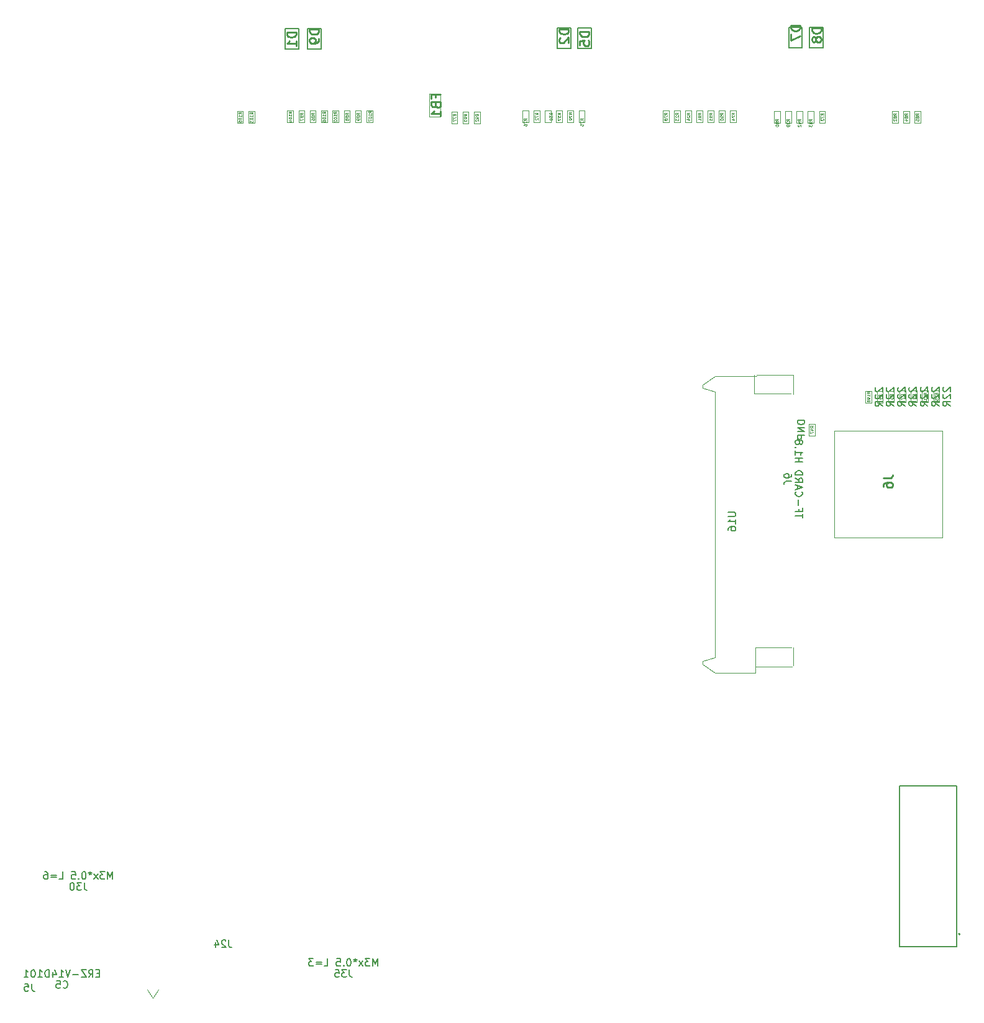
<source format=gbr>
G04 #@! TF.GenerationSoftware,KiCad,Pcbnew,8.0.0-rc1*
G04 #@! TF.CreationDate,2024-10-18T14:45:25+03:00*
G04 #@! TF.ProjectId,Movita_3568_XV_Router_V4.1,4d6f7669-7461-45f3-9335-36385f58565f,REV1*
G04 #@! TF.SameCoordinates,Original*
G04 #@! TF.FileFunction,AssemblyDrawing,Bot*
%FSLAX46Y46*%
G04 Gerber Fmt 4.6, Leading zero omitted, Abs format (unit mm)*
G04 Created by KiCad (PCBNEW 8.0.0-rc1) date 2024-10-18 14:45:25*
%MOMM*%
%LPD*%
G01*
G04 APERTURE LIST*
%ADD10C,0.150000*%
%ADD11C,0.060000*%
%ADD12C,0.254000*%
%ADD13C,0.100000*%
%ADD14C,0.200000*%
%ADD15C,0.127000*%
G04 APERTURE END LIST*
D10*
X74094333Y-160504819D02*
X74094333Y-161219104D01*
X74094333Y-161219104D02*
X74141952Y-161361961D01*
X74141952Y-161361961D02*
X74237190Y-161457200D01*
X74237190Y-161457200D02*
X74380047Y-161504819D01*
X74380047Y-161504819D02*
X74475285Y-161504819D01*
X73141952Y-160504819D02*
X73618142Y-160504819D01*
X73618142Y-160504819D02*
X73665761Y-160981009D01*
X73665761Y-160981009D02*
X73618142Y-160933390D01*
X73618142Y-160933390D02*
X73522904Y-160885771D01*
X73522904Y-160885771D02*
X73284809Y-160885771D01*
X73284809Y-160885771D02*
X73189571Y-160933390D01*
X73189571Y-160933390D02*
X73141952Y-160981009D01*
X73141952Y-160981009D02*
X73094333Y-161076247D01*
X73094333Y-161076247D02*
X73094333Y-161314342D01*
X73094333Y-161314342D02*
X73141952Y-161409580D01*
X73141952Y-161409580D02*
X73189571Y-161457200D01*
X73189571Y-161457200D02*
X73284809Y-161504819D01*
X73284809Y-161504819D02*
X73522904Y-161504819D01*
X73522904Y-161504819D02*
X73618142Y-161457200D01*
X73618142Y-161457200D02*
X73665761Y-161409580D01*
D11*
X143101927Y-41932857D02*
X142911451Y-41799524D01*
X143101927Y-41704286D02*
X142701927Y-41704286D01*
X142701927Y-41704286D02*
X142701927Y-41856667D01*
X142701927Y-41856667D02*
X142720975Y-41894762D01*
X142720975Y-41894762D02*
X142740022Y-41913809D01*
X142740022Y-41913809D02*
X142778118Y-41932857D01*
X142778118Y-41932857D02*
X142835260Y-41932857D01*
X142835260Y-41932857D02*
X142873356Y-41913809D01*
X142873356Y-41913809D02*
X142892403Y-41894762D01*
X142892403Y-41894762D02*
X142911451Y-41856667D01*
X142911451Y-41856667D02*
X142911451Y-41704286D01*
X142701927Y-42066190D02*
X142701927Y-42332857D01*
X142701927Y-42332857D02*
X143101927Y-42161428D01*
X142740022Y-42466190D02*
X142720975Y-42485238D01*
X142720975Y-42485238D02*
X142701927Y-42523333D01*
X142701927Y-42523333D02*
X142701927Y-42618571D01*
X142701927Y-42618571D02*
X142720975Y-42656666D01*
X142720975Y-42656666D02*
X142740022Y-42675714D01*
X142740022Y-42675714D02*
X142778118Y-42694761D01*
X142778118Y-42694761D02*
X142816213Y-42694761D01*
X142816213Y-42694761D02*
X142873356Y-42675714D01*
X142873356Y-42675714D02*
X143101927Y-42447142D01*
X143101927Y-42447142D02*
X143101927Y-42694761D01*
D10*
X169024819Y-96206905D02*
X169834342Y-96206905D01*
X169834342Y-96206905D02*
X169929580Y-96254524D01*
X169929580Y-96254524D02*
X169977200Y-96302143D01*
X169977200Y-96302143D02*
X170024819Y-96397381D01*
X170024819Y-96397381D02*
X170024819Y-96587857D01*
X170024819Y-96587857D02*
X169977200Y-96683095D01*
X169977200Y-96683095D02*
X169929580Y-96730714D01*
X169929580Y-96730714D02*
X169834342Y-96778333D01*
X169834342Y-96778333D02*
X169024819Y-96778333D01*
X170024819Y-97778333D02*
X170024819Y-97206905D01*
X170024819Y-97492619D02*
X169024819Y-97492619D01*
X169024819Y-97492619D02*
X169167676Y-97397381D01*
X169167676Y-97397381D02*
X169262914Y-97302143D01*
X169262914Y-97302143D02*
X169310533Y-97206905D01*
X169024819Y-98635476D02*
X169024819Y-98445000D01*
X169024819Y-98445000D02*
X169072438Y-98349762D01*
X169072438Y-98349762D02*
X169120057Y-98302143D01*
X169120057Y-98302143D02*
X169262914Y-98206905D01*
X169262914Y-98206905D02*
X169453390Y-98159286D01*
X169453390Y-98159286D02*
X169834342Y-98159286D01*
X169834342Y-98159286D02*
X169929580Y-98206905D01*
X169929580Y-98206905D02*
X169977200Y-98254524D01*
X169977200Y-98254524D02*
X170024819Y-98349762D01*
X170024819Y-98349762D02*
X170024819Y-98540238D01*
X170024819Y-98540238D02*
X169977200Y-98635476D01*
X169977200Y-98635476D02*
X169929580Y-98683095D01*
X169929580Y-98683095D02*
X169834342Y-98730714D01*
X169834342Y-98730714D02*
X169596247Y-98730714D01*
X169596247Y-98730714D02*
X169501009Y-98683095D01*
X169501009Y-98683095D02*
X169453390Y-98635476D01*
X169453390Y-98635476D02*
X169405771Y-98540238D01*
X169405771Y-98540238D02*
X169405771Y-98349762D01*
X169405771Y-98349762D02*
X169453390Y-98254524D01*
X169453390Y-98254524D02*
X169501009Y-98206905D01*
X169501009Y-98206905D02*
X169596247Y-98159286D01*
D12*
X150069318Y-30628118D02*
X148799318Y-30628118D01*
X148799318Y-30628118D02*
X148799318Y-30930499D01*
X148799318Y-30930499D02*
X148859794Y-31111928D01*
X148859794Y-31111928D02*
X148980746Y-31232880D01*
X148980746Y-31232880D02*
X149101699Y-31293357D01*
X149101699Y-31293357D02*
X149343603Y-31353833D01*
X149343603Y-31353833D02*
X149525032Y-31353833D01*
X149525032Y-31353833D02*
X149766937Y-31293357D01*
X149766937Y-31293357D02*
X149887889Y-31232880D01*
X149887889Y-31232880D02*
X150008842Y-31111928D01*
X150008842Y-31111928D02*
X150069318Y-30930499D01*
X150069318Y-30930499D02*
X150069318Y-30628118D01*
X148799318Y-32502880D02*
X148799318Y-31898118D01*
X148799318Y-31898118D02*
X149404080Y-31837642D01*
X149404080Y-31837642D02*
X149343603Y-31898118D01*
X149343603Y-31898118D02*
X149283127Y-32019071D01*
X149283127Y-32019071D02*
X149283127Y-32321452D01*
X149283127Y-32321452D02*
X149343603Y-32442404D01*
X149343603Y-32442404D02*
X149404080Y-32502880D01*
X149404080Y-32502880D02*
X149525032Y-32563357D01*
X149525032Y-32563357D02*
X149827413Y-32563357D01*
X149827413Y-32563357D02*
X149948365Y-32502880D01*
X149948365Y-32502880D02*
X150008842Y-32442404D01*
X150008842Y-32442404D02*
X150069318Y-32321452D01*
X150069318Y-32321452D02*
X150069318Y-32019071D01*
X150069318Y-32019071D02*
X150008842Y-31898118D01*
X150008842Y-31898118D02*
X149948365Y-31837642D01*
D11*
X163781927Y-41977857D02*
X163591451Y-41844524D01*
X163781927Y-41749286D02*
X163381927Y-41749286D01*
X163381927Y-41749286D02*
X163381927Y-41901667D01*
X163381927Y-41901667D02*
X163400975Y-41939762D01*
X163400975Y-41939762D02*
X163420022Y-41958809D01*
X163420022Y-41958809D02*
X163458118Y-41977857D01*
X163458118Y-41977857D02*
X163515260Y-41977857D01*
X163515260Y-41977857D02*
X163553356Y-41958809D01*
X163553356Y-41958809D02*
X163572403Y-41939762D01*
X163572403Y-41939762D02*
X163591451Y-41901667D01*
X163591451Y-41901667D02*
X163591451Y-41749286D01*
X163420022Y-42130238D02*
X163400975Y-42149286D01*
X163400975Y-42149286D02*
X163381927Y-42187381D01*
X163381927Y-42187381D02*
X163381927Y-42282619D01*
X163381927Y-42282619D02*
X163400975Y-42320714D01*
X163400975Y-42320714D02*
X163420022Y-42339762D01*
X163420022Y-42339762D02*
X163458118Y-42358809D01*
X163458118Y-42358809D02*
X163496213Y-42358809D01*
X163496213Y-42358809D02*
X163553356Y-42339762D01*
X163553356Y-42339762D02*
X163781927Y-42111190D01*
X163781927Y-42111190D02*
X163781927Y-42358809D01*
X163515260Y-42701666D02*
X163781927Y-42701666D01*
X163362880Y-42606428D02*
X163648594Y-42511190D01*
X163648594Y-42511190D02*
X163648594Y-42758809D01*
D12*
X147269318Y-30278118D02*
X145999318Y-30278118D01*
X145999318Y-30278118D02*
X145999318Y-30580499D01*
X145999318Y-30580499D02*
X146059794Y-30761928D01*
X146059794Y-30761928D02*
X146180746Y-30882880D01*
X146180746Y-30882880D02*
X146301699Y-30943357D01*
X146301699Y-30943357D02*
X146543603Y-31003833D01*
X146543603Y-31003833D02*
X146725032Y-31003833D01*
X146725032Y-31003833D02*
X146966937Y-30943357D01*
X146966937Y-30943357D02*
X147087889Y-30882880D01*
X147087889Y-30882880D02*
X147208842Y-30761928D01*
X147208842Y-30761928D02*
X147269318Y-30580499D01*
X147269318Y-30580499D02*
X147269318Y-30278118D01*
X146120270Y-31487642D02*
X146059794Y-31548118D01*
X146059794Y-31548118D02*
X145999318Y-31669071D01*
X145999318Y-31669071D02*
X145999318Y-31971452D01*
X145999318Y-31971452D02*
X146059794Y-32092404D01*
X146059794Y-32092404D02*
X146120270Y-32152880D01*
X146120270Y-32152880D02*
X146241222Y-32213357D01*
X146241222Y-32213357D02*
X146362175Y-32213357D01*
X146362175Y-32213357D02*
X146543603Y-32152880D01*
X146543603Y-32152880D02*
X147269318Y-31427166D01*
X147269318Y-31427166D02*
X147269318Y-32213357D01*
D11*
X118771927Y-41962857D02*
X118581451Y-41829524D01*
X118771927Y-41734286D02*
X118371927Y-41734286D01*
X118371927Y-41734286D02*
X118371927Y-41886667D01*
X118371927Y-41886667D02*
X118390975Y-41924762D01*
X118390975Y-41924762D02*
X118410022Y-41943809D01*
X118410022Y-41943809D02*
X118448118Y-41962857D01*
X118448118Y-41962857D02*
X118505260Y-41962857D01*
X118505260Y-41962857D02*
X118543356Y-41943809D01*
X118543356Y-41943809D02*
X118562403Y-41924762D01*
X118562403Y-41924762D02*
X118581451Y-41886667D01*
X118581451Y-41886667D02*
X118581451Y-41734286D01*
X118543356Y-42191428D02*
X118524308Y-42153333D01*
X118524308Y-42153333D02*
X118505260Y-42134286D01*
X118505260Y-42134286D02*
X118467165Y-42115238D01*
X118467165Y-42115238D02*
X118448118Y-42115238D01*
X118448118Y-42115238D02*
X118410022Y-42134286D01*
X118410022Y-42134286D02*
X118390975Y-42153333D01*
X118390975Y-42153333D02*
X118371927Y-42191428D01*
X118371927Y-42191428D02*
X118371927Y-42267619D01*
X118371927Y-42267619D02*
X118390975Y-42305714D01*
X118390975Y-42305714D02*
X118410022Y-42324762D01*
X118410022Y-42324762D02*
X118448118Y-42343809D01*
X118448118Y-42343809D02*
X118467165Y-42343809D01*
X118467165Y-42343809D02*
X118505260Y-42324762D01*
X118505260Y-42324762D02*
X118524308Y-42305714D01*
X118524308Y-42305714D02*
X118543356Y-42267619D01*
X118543356Y-42267619D02*
X118543356Y-42191428D01*
X118543356Y-42191428D02*
X118562403Y-42153333D01*
X118562403Y-42153333D02*
X118581451Y-42134286D01*
X118581451Y-42134286D02*
X118619546Y-42115238D01*
X118619546Y-42115238D02*
X118695737Y-42115238D01*
X118695737Y-42115238D02*
X118733832Y-42134286D01*
X118733832Y-42134286D02*
X118752880Y-42153333D01*
X118752880Y-42153333D02*
X118771927Y-42191428D01*
X118771927Y-42191428D02*
X118771927Y-42267619D01*
X118771927Y-42267619D02*
X118752880Y-42305714D01*
X118752880Y-42305714D02*
X118733832Y-42324762D01*
X118733832Y-42324762D02*
X118695737Y-42343809D01*
X118695737Y-42343809D02*
X118619546Y-42343809D01*
X118619546Y-42343809D02*
X118581451Y-42324762D01*
X118581451Y-42324762D02*
X118562403Y-42305714D01*
X118562403Y-42305714D02*
X118543356Y-42267619D01*
X118771927Y-42534285D02*
X118771927Y-42610476D01*
X118771927Y-42610476D02*
X118752880Y-42648571D01*
X118752880Y-42648571D02*
X118733832Y-42667619D01*
X118733832Y-42667619D02*
X118676689Y-42705714D01*
X118676689Y-42705714D02*
X118600499Y-42724761D01*
X118600499Y-42724761D02*
X118448118Y-42724761D01*
X118448118Y-42724761D02*
X118410022Y-42705714D01*
X118410022Y-42705714D02*
X118390975Y-42686666D01*
X118390975Y-42686666D02*
X118371927Y-42648571D01*
X118371927Y-42648571D02*
X118371927Y-42572380D01*
X118371927Y-42572380D02*
X118390975Y-42534285D01*
X118390975Y-42534285D02*
X118410022Y-42515238D01*
X118410022Y-42515238D02*
X118448118Y-42496190D01*
X118448118Y-42496190D02*
X118543356Y-42496190D01*
X118543356Y-42496190D02*
X118581451Y-42515238D01*
X118581451Y-42515238D02*
X118600499Y-42534285D01*
X118600499Y-42534285D02*
X118619546Y-42572380D01*
X118619546Y-42572380D02*
X118619546Y-42648571D01*
X118619546Y-42648571D02*
X118600499Y-42686666D01*
X118600499Y-42686666D02*
X118581451Y-42705714D01*
X118581451Y-42705714D02*
X118543356Y-42724761D01*
X115671927Y-41792381D02*
X115481451Y-41659048D01*
X115671927Y-41563810D02*
X115271927Y-41563810D01*
X115271927Y-41563810D02*
X115271927Y-41716191D01*
X115271927Y-41716191D02*
X115290975Y-41754286D01*
X115290975Y-41754286D02*
X115310022Y-41773333D01*
X115310022Y-41773333D02*
X115348118Y-41792381D01*
X115348118Y-41792381D02*
X115405260Y-41792381D01*
X115405260Y-41792381D02*
X115443356Y-41773333D01*
X115443356Y-41773333D02*
X115462403Y-41754286D01*
X115462403Y-41754286D02*
X115481451Y-41716191D01*
X115481451Y-41716191D02*
X115481451Y-41563810D01*
X115671927Y-42173333D02*
X115671927Y-41944762D01*
X115671927Y-42059048D02*
X115271927Y-42059048D01*
X115271927Y-42059048D02*
X115329070Y-42020952D01*
X115329070Y-42020952D02*
X115367165Y-41982857D01*
X115367165Y-41982857D02*
X115386213Y-41944762D01*
X115271927Y-42420952D02*
X115271927Y-42459047D01*
X115271927Y-42459047D02*
X115290975Y-42497143D01*
X115290975Y-42497143D02*
X115310022Y-42516190D01*
X115310022Y-42516190D02*
X115348118Y-42535238D01*
X115348118Y-42535238D02*
X115424308Y-42554285D01*
X115424308Y-42554285D02*
X115519546Y-42554285D01*
X115519546Y-42554285D02*
X115595737Y-42535238D01*
X115595737Y-42535238D02*
X115633832Y-42516190D01*
X115633832Y-42516190D02*
X115652880Y-42497143D01*
X115652880Y-42497143D02*
X115671927Y-42459047D01*
X115671927Y-42459047D02*
X115671927Y-42420952D01*
X115671927Y-42420952D02*
X115652880Y-42382857D01*
X115652880Y-42382857D02*
X115633832Y-42363809D01*
X115633832Y-42363809D02*
X115595737Y-42344762D01*
X115595737Y-42344762D02*
X115519546Y-42325714D01*
X115519546Y-42325714D02*
X115424308Y-42325714D01*
X115424308Y-42325714D02*
X115348118Y-42344762D01*
X115348118Y-42344762D02*
X115310022Y-42363809D01*
X115310022Y-42363809D02*
X115290975Y-42382857D01*
X115290975Y-42382857D02*
X115271927Y-42420952D01*
X115310022Y-42706666D02*
X115290975Y-42725714D01*
X115290975Y-42725714D02*
X115271927Y-42763809D01*
X115271927Y-42763809D02*
X115271927Y-42859047D01*
X115271927Y-42859047D02*
X115290975Y-42897142D01*
X115290975Y-42897142D02*
X115310022Y-42916190D01*
X115310022Y-42916190D02*
X115348118Y-42935237D01*
X115348118Y-42935237D02*
X115386213Y-42935237D01*
X115386213Y-42935237D02*
X115443356Y-42916190D01*
X115443356Y-42916190D02*
X115671927Y-42687618D01*
X115671927Y-42687618D02*
X115671927Y-42935237D01*
D10*
X193760057Y-79153095D02*
X193712438Y-79200714D01*
X193712438Y-79200714D02*
X193664819Y-79295952D01*
X193664819Y-79295952D02*
X193664819Y-79534047D01*
X193664819Y-79534047D02*
X193712438Y-79629285D01*
X193712438Y-79629285D02*
X193760057Y-79676904D01*
X193760057Y-79676904D02*
X193855295Y-79724523D01*
X193855295Y-79724523D02*
X193950533Y-79724523D01*
X193950533Y-79724523D02*
X194093390Y-79676904D01*
X194093390Y-79676904D02*
X194664819Y-79105476D01*
X194664819Y-79105476D02*
X194664819Y-79724523D01*
X193760057Y-80105476D02*
X193712438Y-80153095D01*
X193712438Y-80153095D02*
X193664819Y-80248333D01*
X193664819Y-80248333D02*
X193664819Y-80486428D01*
X193664819Y-80486428D02*
X193712438Y-80581666D01*
X193712438Y-80581666D02*
X193760057Y-80629285D01*
X193760057Y-80629285D02*
X193855295Y-80676904D01*
X193855295Y-80676904D02*
X193950533Y-80676904D01*
X193950533Y-80676904D02*
X194093390Y-80629285D01*
X194093390Y-80629285D02*
X194664819Y-80057857D01*
X194664819Y-80057857D02*
X194664819Y-80676904D01*
X194664819Y-81676904D02*
X194188628Y-81343571D01*
X194664819Y-81105476D02*
X193664819Y-81105476D01*
X193664819Y-81105476D02*
X193664819Y-81486428D01*
X193664819Y-81486428D02*
X193712438Y-81581666D01*
X193712438Y-81581666D02*
X193760057Y-81629285D01*
X193760057Y-81629285D02*
X193855295Y-81676904D01*
X193855295Y-81676904D02*
X193998152Y-81676904D01*
X193998152Y-81676904D02*
X194093390Y-81629285D01*
X194093390Y-81629285D02*
X194141009Y-81581666D01*
X194141009Y-81581666D02*
X194188628Y-81486428D01*
X194188628Y-81486428D02*
X194188628Y-81105476D01*
D11*
X192961927Y-80348333D02*
X192771451Y-80215000D01*
X192961927Y-80119762D02*
X192561927Y-80119762D01*
X192561927Y-80119762D02*
X192561927Y-80272143D01*
X192561927Y-80272143D02*
X192580975Y-80310238D01*
X192580975Y-80310238D02*
X192600022Y-80329285D01*
X192600022Y-80329285D02*
X192638118Y-80348333D01*
X192638118Y-80348333D02*
X192695260Y-80348333D01*
X192695260Y-80348333D02*
X192733356Y-80329285D01*
X192733356Y-80329285D02*
X192752403Y-80310238D01*
X192752403Y-80310238D02*
X192771451Y-80272143D01*
X192771451Y-80272143D02*
X192771451Y-80119762D01*
X192561927Y-80481666D02*
X192561927Y-80748333D01*
X192561927Y-80748333D02*
X192961927Y-80576904D01*
D10*
X100969523Y-154554819D02*
X100969523Y-155269104D01*
X100969523Y-155269104D02*
X101017142Y-155411961D01*
X101017142Y-155411961D02*
X101112380Y-155507200D01*
X101112380Y-155507200D02*
X101255237Y-155554819D01*
X101255237Y-155554819D02*
X101350475Y-155554819D01*
X100540951Y-154650057D02*
X100493332Y-154602438D01*
X100493332Y-154602438D02*
X100398094Y-154554819D01*
X100398094Y-154554819D02*
X100159999Y-154554819D01*
X100159999Y-154554819D02*
X100064761Y-154602438D01*
X100064761Y-154602438D02*
X100017142Y-154650057D01*
X100017142Y-154650057D02*
X99969523Y-154745295D01*
X99969523Y-154745295D02*
X99969523Y-154840533D01*
X99969523Y-154840533D02*
X100017142Y-154983390D01*
X100017142Y-154983390D02*
X100588570Y-155554819D01*
X100588570Y-155554819D02*
X99969523Y-155554819D01*
X99112380Y-154888152D02*
X99112380Y-155554819D01*
X99350475Y-154507200D02*
X99588570Y-155221485D01*
X99588570Y-155221485D02*
X98969523Y-155221485D01*
D11*
X168341927Y-41967857D02*
X168151451Y-41834524D01*
X168341927Y-41739286D02*
X167941927Y-41739286D01*
X167941927Y-41739286D02*
X167941927Y-41891667D01*
X167941927Y-41891667D02*
X167960975Y-41929762D01*
X167960975Y-41929762D02*
X167980022Y-41948809D01*
X167980022Y-41948809D02*
X168018118Y-41967857D01*
X168018118Y-41967857D02*
X168075260Y-41967857D01*
X168075260Y-41967857D02*
X168113356Y-41948809D01*
X168113356Y-41948809D02*
X168132403Y-41929762D01*
X168132403Y-41929762D02*
X168151451Y-41891667D01*
X168151451Y-41891667D02*
X168151451Y-41739286D01*
X168341927Y-42158333D02*
X168341927Y-42234524D01*
X168341927Y-42234524D02*
X168322880Y-42272619D01*
X168322880Y-42272619D02*
X168303832Y-42291667D01*
X168303832Y-42291667D02*
X168246689Y-42329762D01*
X168246689Y-42329762D02*
X168170499Y-42348809D01*
X168170499Y-42348809D02*
X168018118Y-42348809D01*
X168018118Y-42348809D02*
X167980022Y-42329762D01*
X167980022Y-42329762D02*
X167960975Y-42310714D01*
X167960975Y-42310714D02*
X167941927Y-42272619D01*
X167941927Y-42272619D02*
X167941927Y-42196428D01*
X167941927Y-42196428D02*
X167960975Y-42158333D01*
X167960975Y-42158333D02*
X167980022Y-42139286D01*
X167980022Y-42139286D02*
X168018118Y-42120238D01*
X168018118Y-42120238D02*
X168113356Y-42120238D01*
X168113356Y-42120238D02*
X168151451Y-42139286D01*
X168151451Y-42139286D02*
X168170499Y-42158333D01*
X168170499Y-42158333D02*
X168189546Y-42196428D01*
X168189546Y-42196428D02*
X168189546Y-42272619D01*
X168189546Y-42272619D02*
X168170499Y-42310714D01*
X168170499Y-42310714D02*
X168151451Y-42329762D01*
X168151451Y-42329762D02*
X168113356Y-42348809D01*
X167941927Y-42596428D02*
X167941927Y-42634523D01*
X167941927Y-42634523D02*
X167960975Y-42672619D01*
X167960975Y-42672619D02*
X167980022Y-42691666D01*
X167980022Y-42691666D02*
X168018118Y-42710714D01*
X168018118Y-42710714D02*
X168094308Y-42729761D01*
X168094308Y-42729761D02*
X168189546Y-42729761D01*
X168189546Y-42729761D02*
X168265737Y-42710714D01*
X168265737Y-42710714D02*
X168303832Y-42691666D01*
X168303832Y-42691666D02*
X168322880Y-42672619D01*
X168322880Y-42672619D02*
X168341927Y-42634523D01*
X168341927Y-42634523D02*
X168341927Y-42596428D01*
X168341927Y-42596428D02*
X168322880Y-42558333D01*
X168322880Y-42558333D02*
X168303832Y-42539285D01*
X168303832Y-42539285D02*
X168265737Y-42520238D01*
X168265737Y-42520238D02*
X168189546Y-42501190D01*
X168189546Y-42501190D02*
X168094308Y-42501190D01*
X168094308Y-42501190D02*
X168018118Y-42520238D01*
X168018118Y-42520238D02*
X167980022Y-42539285D01*
X167980022Y-42539285D02*
X167960975Y-42558333D01*
X167960975Y-42558333D02*
X167941927Y-42596428D01*
X180441927Y-42817857D02*
X180251451Y-42684524D01*
X180441927Y-42589286D02*
X180041927Y-42589286D01*
X180041927Y-42589286D02*
X180041927Y-42741667D01*
X180041927Y-42741667D02*
X180060975Y-42779762D01*
X180060975Y-42779762D02*
X180080022Y-42798809D01*
X180080022Y-42798809D02*
X180118118Y-42817857D01*
X180118118Y-42817857D02*
X180175260Y-42817857D01*
X180175260Y-42817857D02*
X180213356Y-42798809D01*
X180213356Y-42798809D02*
X180232403Y-42779762D01*
X180232403Y-42779762D02*
X180251451Y-42741667D01*
X180251451Y-42741667D02*
X180251451Y-42589286D01*
X180213356Y-43046428D02*
X180194308Y-43008333D01*
X180194308Y-43008333D02*
X180175260Y-42989286D01*
X180175260Y-42989286D02*
X180137165Y-42970238D01*
X180137165Y-42970238D02*
X180118118Y-42970238D01*
X180118118Y-42970238D02*
X180080022Y-42989286D01*
X180080022Y-42989286D02*
X180060975Y-43008333D01*
X180060975Y-43008333D02*
X180041927Y-43046428D01*
X180041927Y-43046428D02*
X180041927Y-43122619D01*
X180041927Y-43122619D02*
X180060975Y-43160714D01*
X180060975Y-43160714D02*
X180080022Y-43179762D01*
X180080022Y-43179762D02*
X180118118Y-43198809D01*
X180118118Y-43198809D02*
X180137165Y-43198809D01*
X180137165Y-43198809D02*
X180175260Y-43179762D01*
X180175260Y-43179762D02*
X180194308Y-43160714D01*
X180194308Y-43160714D02*
X180213356Y-43122619D01*
X180213356Y-43122619D02*
X180213356Y-43046428D01*
X180213356Y-43046428D02*
X180232403Y-43008333D01*
X180232403Y-43008333D02*
X180251451Y-42989286D01*
X180251451Y-42989286D02*
X180289546Y-42970238D01*
X180289546Y-42970238D02*
X180365737Y-42970238D01*
X180365737Y-42970238D02*
X180403832Y-42989286D01*
X180403832Y-42989286D02*
X180422880Y-43008333D01*
X180422880Y-43008333D02*
X180441927Y-43046428D01*
X180441927Y-43046428D02*
X180441927Y-43122619D01*
X180441927Y-43122619D02*
X180422880Y-43160714D01*
X180422880Y-43160714D02*
X180403832Y-43179762D01*
X180403832Y-43179762D02*
X180365737Y-43198809D01*
X180365737Y-43198809D02*
X180289546Y-43198809D01*
X180289546Y-43198809D02*
X180251451Y-43179762D01*
X180251451Y-43179762D02*
X180232403Y-43160714D01*
X180232403Y-43160714D02*
X180213356Y-43122619D01*
X180041927Y-43332142D02*
X180041927Y-43579761D01*
X180041927Y-43579761D02*
X180194308Y-43446428D01*
X180194308Y-43446428D02*
X180194308Y-43503571D01*
X180194308Y-43503571D02*
X180213356Y-43541666D01*
X180213356Y-43541666D02*
X180232403Y-43560714D01*
X180232403Y-43560714D02*
X180270499Y-43579761D01*
X180270499Y-43579761D02*
X180365737Y-43579761D01*
X180365737Y-43579761D02*
X180403832Y-43560714D01*
X180403832Y-43560714D02*
X180422880Y-43541666D01*
X180422880Y-43541666D02*
X180441927Y-43503571D01*
X180441927Y-43503571D02*
X180441927Y-43389285D01*
X180441927Y-43389285D02*
X180422880Y-43351190D01*
X180422880Y-43351190D02*
X180403832Y-43332142D01*
X133391927Y-42117857D02*
X133201451Y-41984524D01*
X133391927Y-41889286D02*
X132991927Y-41889286D01*
X132991927Y-41889286D02*
X132991927Y-42041667D01*
X132991927Y-42041667D02*
X133010975Y-42079762D01*
X133010975Y-42079762D02*
X133030022Y-42098809D01*
X133030022Y-42098809D02*
X133068118Y-42117857D01*
X133068118Y-42117857D02*
X133125260Y-42117857D01*
X133125260Y-42117857D02*
X133163356Y-42098809D01*
X133163356Y-42098809D02*
X133182403Y-42079762D01*
X133182403Y-42079762D02*
X133201451Y-42041667D01*
X133201451Y-42041667D02*
X133201451Y-41889286D01*
X133391927Y-42308333D02*
X133391927Y-42384524D01*
X133391927Y-42384524D02*
X133372880Y-42422619D01*
X133372880Y-42422619D02*
X133353832Y-42441667D01*
X133353832Y-42441667D02*
X133296689Y-42479762D01*
X133296689Y-42479762D02*
X133220499Y-42498809D01*
X133220499Y-42498809D02*
X133068118Y-42498809D01*
X133068118Y-42498809D02*
X133030022Y-42479762D01*
X133030022Y-42479762D02*
X133010975Y-42460714D01*
X133010975Y-42460714D02*
X132991927Y-42422619D01*
X132991927Y-42422619D02*
X132991927Y-42346428D01*
X132991927Y-42346428D02*
X133010975Y-42308333D01*
X133010975Y-42308333D02*
X133030022Y-42289286D01*
X133030022Y-42289286D02*
X133068118Y-42270238D01*
X133068118Y-42270238D02*
X133163356Y-42270238D01*
X133163356Y-42270238D02*
X133201451Y-42289286D01*
X133201451Y-42289286D02*
X133220499Y-42308333D01*
X133220499Y-42308333D02*
X133239546Y-42346428D01*
X133239546Y-42346428D02*
X133239546Y-42422619D01*
X133239546Y-42422619D02*
X133220499Y-42460714D01*
X133220499Y-42460714D02*
X133201451Y-42479762D01*
X133201451Y-42479762D02*
X133163356Y-42498809D01*
X132991927Y-42632142D02*
X132991927Y-42879761D01*
X132991927Y-42879761D02*
X133144308Y-42746428D01*
X133144308Y-42746428D02*
X133144308Y-42803571D01*
X133144308Y-42803571D02*
X133163356Y-42841666D01*
X133163356Y-42841666D02*
X133182403Y-42860714D01*
X133182403Y-42860714D02*
X133220499Y-42879761D01*
X133220499Y-42879761D02*
X133315737Y-42879761D01*
X133315737Y-42879761D02*
X133353832Y-42860714D01*
X133353832Y-42860714D02*
X133372880Y-42841666D01*
X133372880Y-42841666D02*
X133391927Y-42803571D01*
X133391927Y-42803571D02*
X133391927Y-42689285D01*
X133391927Y-42689285D02*
X133372880Y-42651190D01*
X133372880Y-42651190D02*
X133353832Y-42632142D01*
X193461927Y-42047857D02*
X193271451Y-41914524D01*
X193461927Y-41819286D02*
X193061927Y-41819286D01*
X193061927Y-41819286D02*
X193061927Y-41971667D01*
X193061927Y-41971667D02*
X193080975Y-42009762D01*
X193080975Y-42009762D02*
X193100022Y-42028809D01*
X193100022Y-42028809D02*
X193138118Y-42047857D01*
X193138118Y-42047857D02*
X193195260Y-42047857D01*
X193195260Y-42047857D02*
X193233356Y-42028809D01*
X193233356Y-42028809D02*
X193252403Y-42009762D01*
X193252403Y-42009762D02*
X193271451Y-41971667D01*
X193271451Y-41971667D02*
X193271451Y-41819286D01*
X193233356Y-42276428D02*
X193214308Y-42238333D01*
X193214308Y-42238333D02*
X193195260Y-42219286D01*
X193195260Y-42219286D02*
X193157165Y-42200238D01*
X193157165Y-42200238D02*
X193138118Y-42200238D01*
X193138118Y-42200238D02*
X193100022Y-42219286D01*
X193100022Y-42219286D02*
X193080975Y-42238333D01*
X193080975Y-42238333D02*
X193061927Y-42276428D01*
X193061927Y-42276428D02*
X193061927Y-42352619D01*
X193061927Y-42352619D02*
X193080975Y-42390714D01*
X193080975Y-42390714D02*
X193100022Y-42409762D01*
X193100022Y-42409762D02*
X193138118Y-42428809D01*
X193138118Y-42428809D02*
X193157165Y-42428809D01*
X193157165Y-42428809D02*
X193195260Y-42409762D01*
X193195260Y-42409762D02*
X193214308Y-42390714D01*
X193214308Y-42390714D02*
X193233356Y-42352619D01*
X193233356Y-42352619D02*
X193233356Y-42276428D01*
X193233356Y-42276428D02*
X193252403Y-42238333D01*
X193252403Y-42238333D02*
X193271451Y-42219286D01*
X193271451Y-42219286D02*
X193309546Y-42200238D01*
X193309546Y-42200238D02*
X193385737Y-42200238D01*
X193385737Y-42200238D02*
X193423832Y-42219286D01*
X193423832Y-42219286D02*
X193442880Y-42238333D01*
X193442880Y-42238333D02*
X193461927Y-42276428D01*
X193461927Y-42276428D02*
X193461927Y-42352619D01*
X193461927Y-42352619D02*
X193442880Y-42390714D01*
X193442880Y-42390714D02*
X193423832Y-42409762D01*
X193423832Y-42409762D02*
X193385737Y-42428809D01*
X193385737Y-42428809D02*
X193309546Y-42428809D01*
X193309546Y-42428809D02*
X193271451Y-42409762D01*
X193271451Y-42409762D02*
X193252403Y-42390714D01*
X193252403Y-42390714D02*
X193233356Y-42352619D01*
X193195260Y-42771666D02*
X193461927Y-42771666D01*
X193042880Y-42676428D02*
X193328594Y-42581190D01*
X193328594Y-42581190D02*
X193328594Y-42828809D01*
X162241927Y-41977857D02*
X162051451Y-41844524D01*
X162241927Y-41749286D02*
X161841927Y-41749286D01*
X161841927Y-41749286D02*
X161841927Y-41901667D01*
X161841927Y-41901667D02*
X161860975Y-41939762D01*
X161860975Y-41939762D02*
X161880022Y-41958809D01*
X161880022Y-41958809D02*
X161918118Y-41977857D01*
X161918118Y-41977857D02*
X161975260Y-41977857D01*
X161975260Y-41977857D02*
X162013356Y-41958809D01*
X162013356Y-41958809D02*
X162032403Y-41939762D01*
X162032403Y-41939762D02*
X162051451Y-41901667D01*
X162051451Y-41901667D02*
X162051451Y-41749286D01*
X161880022Y-42130238D02*
X161860975Y-42149286D01*
X161860975Y-42149286D02*
X161841927Y-42187381D01*
X161841927Y-42187381D02*
X161841927Y-42282619D01*
X161841927Y-42282619D02*
X161860975Y-42320714D01*
X161860975Y-42320714D02*
X161880022Y-42339762D01*
X161880022Y-42339762D02*
X161918118Y-42358809D01*
X161918118Y-42358809D02*
X161956213Y-42358809D01*
X161956213Y-42358809D02*
X162013356Y-42339762D01*
X162013356Y-42339762D02*
X162241927Y-42111190D01*
X162241927Y-42111190D02*
X162241927Y-42358809D01*
X161841927Y-42492142D02*
X161841927Y-42739761D01*
X161841927Y-42739761D02*
X161994308Y-42606428D01*
X161994308Y-42606428D02*
X161994308Y-42663571D01*
X161994308Y-42663571D02*
X162013356Y-42701666D01*
X162013356Y-42701666D02*
X162032403Y-42720714D01*
X162032403Y-42720714D02*
X162070499Y-42739761D01*
X162070499Y-42739761D02*
X162165737Y-42739761D01*
X162165737Y-42739761D02*
X162203832Y-42720714D01*
X162203832Y-42720714D02*
X162222880Y-42701666D01*
X162222880Y-42701666D02*
X162241927Y-42663571D01*
X162241927Y-42663571D02*
X162241927Y-42549285D01*
X162241927Y-42549285D02*
X162222880Y-42511190D01*
X162222880Y-42511190D02*
X162203832Y-42492142D01*
X134951927Y-42112857D02*
X134761451Y-41979524D01*
X134951927Y-41884286D02*
X134551927Y-41884286D01*
X134551927Y-41884286D02*
X134551927Y-42036667D01*
X134551927Y-42036667D02*
X134570975Y-42074762D01*
X134570975Y-42074762D02*
X134590022Y-42093809D01*
X134590022Y-42093809D02*
X134628118Y-42112857D01*
X134628118Y-42112857D02*
X134685260Y-42112857D01*
X134685260Y-42112857D02*
X134723356Y-42093809D01*
X134723356Y-42093809D02*
X134742403Y-42074762D01*
X134742403Y-42074762D02*
X134761451Y-42036667D01*
X134761451Y-42036667D02*
X134761451Y-41884286D01*
X134951927Y-42303333D02*
X134951927Y-42379524D01*
X134951927Y-42379524D02*
X134932880Y-42417619D01*
X134932880Y-42417619D02*
X134913832Y-42436667D01*
X134913832Y-42436667D02*
X134856689Y-42474762D01*
X134856689Y-42474762D02*
X134780499Y-42493809D01*
X134780499Y-42493809D02*
X134628118Y-42493809D01*
X134628118Y-42493809D02*
X134590022Y-42474762D01*
X134590022Y-42474762D02*
X134570975Y-42455714D01*
X134570975Y-42455714D02*
X134551927Y-42417619D01*
X134551927Y-42417619D02*
X134551927Y-42341428D01*
X134551927Y-42341428D02*
X134570975Y-42303333D01*
X134570975Y-42303333D02*
X134590022Y-42284286D01*
X134590022Y-42284286D02*
X134628118Y-42265238D01*
X134628118Y-42265238D02*
X134723356Y-42265238D01*
X134723356Y-42265238D02*
X134761451Y-42284286D01*
X134761451Y-42284286D02*
X134780499Y-42303333D01*
X134780499Y-42303333D02*
X134799546Y-42341428D01*
X134799546Y-42341428D02*
X134799546Y-42417619D01*
X134799546Y-42417619D02*
X134780499Y-42455714D01*
X134780499Y-42455714D02*
X134761451Y-42474762D01*
X134761451Y-42474762D02*
X134723356Y-42493809D01*
X134590022Y-42646190D02*
X134570975Y-42665238D01*
X134570975Y-42665238D02*
X134551927Y-42703333D01*
X134551927Y-42703333D02*
X134551927Y-42798571D01*
X134551927Y-42798571D02*
X134570975Y-42836666D01*
X134570975Y-42836666D02*
X134590022Y-42855714D01*
X134590022Y-42855714D02*
X134628118Y-42874761D01*
X134628118Y-42874761D02*
X134666213Y-42874761D01*
X134666213Y-42874761D02*
X134723356Y-42855714D01*
X134723356Y-42855714D02*
X134951927Y-42627142D01*
X134951927Y-42627142D02*
X134951927Y-42874761D01*
D10*
X121229080Y-158082419D02*
X121229080Y-157082419D01*
X121229080Y-157082419D02*
X120895747Y-157796704D01*
X120895747Y-157796704D02*
X120562414Y-157082419D01*
X120562414Y-157082419D02*
X120562414Y-158082419D01*
X120181461Y-157082419D02*
X119562414Y-157082419D01*
X119562414Y-157082419D02*
X119895747Y-157463371D01*
X119895747Y-157463371D02*
X119752890Y-157463371D01*
X119752890Y-157463371D02*
X119657652Y-157510990D01*
X119657652Y-157510990D02*
X119610033Y-157558609D01*
X119610033Y-157558609D02*
X119562414Y-157653847D01*
X119562414Y-157653847D02*
X119562414Y-157891942D01*
X119562414Y-157891942D02*
X119610033Y-157987180D01*
X119610033Y-157987180D02*
X119657652Y-158034800D01*
X119657652Y-158034800D02*
X119752890Y-158082419D01*
X119752890Y-158082419D02*
X120038604Y-158082419D01*
X120038604Y-158082419D02*
X120133842Y-158034800D01*
X120133842Y-158034800D02*
X120181461Y-157987180D01*
X119229080Y-158082419D02*
X118705271Y-157415752D01*
X119229080Y-157415752D02*
X118705271Y-158082419D01*
X118181461Y-157082419D02*
X118181461Y-157320514D01*
X118419556Y-157225276D02*
X118181461Y-157320514D01*
X118181461Y-157320514D02*
X117943366Y-157225276D01*
X118324318Y-157510990D02*
X118181461Y-157320514D01*
X118181461Y-157320514D02*
X118038604Y-157510990D01*
X117371937Y-157082419D02*
X117276699Y-157082419D01*
X117276699Y-157082419D02*
X117181461Y-157130038D01*
X117181461Y-157130038D02*
X117133842Y-157177657D01*
X117133842Y-157177657D02*
X117086223Y-157272895D01*
X117086223Y-157272895D02*
X117038604Y-157463371D01*
X117038604Y-157463371D02*
X117038604Y-157701466D01*
X117038604Y-157701466D02*
X117086223Y-157891942D01*
X117086223Y-157891942D02*
X117133842Y-157987180D01*
X117133842Y-157987180D02*
X117181461Y-158034800D01*
X117181461Y-158034800D02*
X117276699Y-158082419D01*
X117276699Y-158082419D02*
X117371937Y-158082419D01*
X117371937Y-158082419D02*
X117467175Y-158034800D01*
X117467175Y-158034800D02*
X117514794Y-157987180D01*
X117514794Y-157987180D02*
X117562413Y-157891942D01*
X117562413Y-157891942D02*
X117610032Y-157701466D01*
X117610032Y-157701466D02*
X117610032Y-157463371D01*
X117610032Y-157463371D02*
X117562413Y-157272895D01*
X117562413Y-157272895D02*
X117514794Y-157177657D01*
X117514794Y-157177657D02*
X117467175Y-157130038D01*
X117467175Y-157130038D02*
X117371937Y-157082419D01*
X116610032Y-157987180D02*
X116562413Y-158034800D01*
X116562413Y-158034800D02*
X116610032Y-158082419D01*
X116610032Y-158082419D02*
X116657651Y-158034800D01*
X116657651Y-158034800D02*
X116610032Y-157987180D01*
X116610032Y-157987180D02*
X116610032Y-158082419D01*
X115657652Y-157082419D02*
X116133842Y-157082419D01*
X116133842Y-157082419D02*
X116181461Y-157558609D01*
X116181461Y-157558609D02*
X116133842Y-157510990D01*
X116133842Y-157510990D02*
X116038604Y-157463371D01*
X116038604Y-157463371D02*
X115800509Y-157463371D01*
X115800509Y-157463371D02*
X115705271Y-157510990D01*
X115705271Y-157510990D02*
X115657652Y-157558609D01*
X115657652Y-157558609D02*
X115610033Y-157653847D01*
X115610033Y-157653847D02*
X115610033Y-157891942D01*
X115610033Y-157891942D02*
X115657652Y-157987180D01*
X115657652Y-157987180D02*
X115705271Y-158034800D01*
X115705271Y-158034800D02*
X115800509Y-158082419D01*
X115800509Y-158082419D02*
X116038604Y-158082419D01*
X116038604Y-158082419D02*
X116133842Y-158034800D01*
X116133842Y-158034800D02*
X116181461Y-157987180D01*
X113943366Y-158082419D02*
X114419556Y-158082419D01*
X114419556Y-158082419D02*
X114419556Y-157082419D01*
X113610032Y-157558609D02*
X112848128Y-157558609D01*
X112848128Y-157844323D02*
X113610032Y-157844323D01*
X112467175Y-157082419D02*
X111848128Y-157082419D01*
X111848128Y-157082419D02*
X112181461Y-157463371D01*
X112181461Y-157463371D02*
X112038604Y-157463371D01*
X112038604Y-157463371D02*
X111943366Y-157510990D01*
X111943366Y-157510990D02*
X111895747Y-157558609D01*
X111895747Y-157558609D02*
X111848128Y-157653847D01*
X111848128Y-157653847D02*
X111848128Y-157891942D01*
X111848128Y-157891942D02*
X111895747Y-157987180D01*
X111895747Y-157987180D02*
X111943366Y-158034800D01*
X111943366Y-158034800D02*
X112038604Y-158082419D01*
X112038604Y-158082419D02*
X112324318Y-158082419D01*
X112324318Y-158082419D02*
X112419556Y-158034800D01*
X112419556Y-158034800D02*
X112467175Y-157987180D01*
X117371937Y-158582419D02*
X117371937Y-159296704D01*
X117371937Y-159296704D02*
X117419556Y-159439561D01*
X117419556Y-159439561D02*
X117514794Y-159534800D01*
X117514794Y-159534800D02*
X117657651Y-159582419D01*
X117657651Y-159582419D02*
X117752889Y-159582419D01*
X116990984Y-158582419D02*
X116371937Y-158582419D01*
X116371937Y-158582419D02*
X116705270Y-158963371D01*
X116705270Y-158963371D02*
X116562413Y-158963371D01*
X116562413Y-158963371D02*
X116467175Y-159010990D01*
X116467175Y-159010990D02*
X116419556Y-159058609D01*
X116419556Y-159058609D02*
X116371937Y-159153847D01*
X116371937Y-159153847D02*
X116371937Y-159391942D01*
X116371937Y-159391942D02*
X116419556Y-159487180D01*
X116419556Y-159487180D02*
X116467175Y-159534800D01*
X116467175Y-159534800D02*
X116562413Y-159582419D01*
X116562413Y-159582419D02*
X116848127Y-159582419D01*
X116848127Y-159582419D02*
X116943365Y-159534800D01*
X116943365Y-159534800D02*
X116990984Y-159487180D01*
X115467175Y-158582419D02*
X115943365Y-158582419D01*
X115943365Y-158582419D02*
X115990984Y-159058609D01*
X115990984Y-159058609D02*
X115943365Y-159010990D01*
X115943365Y-159010990D02*
X115848127Y-158963371D01*
X115848127Y-158963371D02*
X115610032Y-158963371D01*
X115610032Y-158963371D02*
X115514794Y-159010990D01*
X115514794Y-159010990D02*
X115467175Y-159058609D01*
X115467175Y-159058609D02*
X115419556Y-159153847D01*
X115419556Y-159153847D02*
X115419556Y-159391942D01*
X115419556Y-159391942D02*
X115467175Y-159487180D01*
X115467175Y-159487180D02*
X115514794Y-159534800D01*
X115514794Y-159534800D02*
X115610032Y-159582419D01*
X115610032Y-159582419D02*
X115848127Y-159582419D01*
X115848127Y-159582419D02*
X115943365Y-159534800D01*
X115943365Y-159534800D02*
X115990984Y-159487180D01*
D11*
X194981927Y-42047857D02*
X194791451Y-41914524D01*
X194981927Y-41819286D02*
X194581927Y-41819286D01*
X194581927Y-41819286D02*
X194581927Y-41971667D01*
X194581927Y-41971667D02*
X194600975Y-42009762D01*
X194600975Y-42009762D02*
X194620022Y-42028809D01*
X194620022Y-42028809D02*
X194658118Y-42047857D01*
X194658118Y-42047857D02*
X194715260Y-42047857D01*
X194715260Y-42047857D02*
X194753356Y-42028809D01*
X194753356Y-42028809D02*
X194772403Y-42009762D01*
X194772403Y-42009762D02*
X194791451Y-41971667D01*
X194791451Y-41971667D02*
X194791451Y-41819286D01*
X194753356Y-42276428D02*
X194734308Y-42238333D01*
X194734308Y-42238333D02*
X194715260Y-42219286D01*
X194715260Y-42219286D02*
X194677165Y-42200238D01*
X194677165Y-42200238D02*
X194658118Y-42200238D01*
X194658118Y-42200238D02*
X194620022Y-42219286D01*
X194620022Y-42219286D02*
X194600975Y-42238333D01*
X194600975Y-42238333D02*
X194581927Y-42276428D01*
X194581927Y-42276428D02*
X194581927Y-42352619D01*
X194581927Y-42352619D02*
X194600975Y-42390714D01*
X194600975Y-42390714D02*
X194620022Y-42409762D01*
X194620022Y-42409762D02*
X194658118Y-42428809D01*
X194658118Y-42428809D02*
X194677165Y-42428809D01*
X194677165Y-42428809D02*
X194715260Y-42409762D01*
X194715260Y-42409762D02*
X194734308Y-42390714D01*
X194734308Y-42390714D02*
X194753356Y-42352619D01*
X194753356Y-42352619D02*
X194753356Y-42276428D01*
X194753356Y-42276428D02*
X194772403Y-42238333D01*
X194772403Y-42238333D02*
X194791451Y-42219286D01*
X194791451Y-42219286D02*
X194829546Y-42200238D01*
X194829546Y-42200238D02*
X194905737Y-42200238D01*
X194905737Y-42200238D02*
X194943832Y-42219286D01*
X194943832Y-42219286D02*
X194962880Y-42238333D01*
X194962880Y-42238333D02*
X194981927Y-42276428D01*
X194981927Y-42276428D02*
X194981927Y-42352619D01*
X194981927Y-42352619D02*
X194962880Y-42390714D01*
X194962880Y-42390714D02*
X194943832Y-42409762D01*
X194943832Y-42409762D02*
X194905737Y-42428809D01*
X194905737Y-42428809D02*
X194829546Y-42428809D01*
X194829546Y-42428809D02*
X194791451Y-42409762D01*
X194791451Y-42409762D02*
X194772403Y-42390714D01*
X194772403Y-42390714D02*
X194753356Y-42352619D01*
X194581927Y-42790714D02*
X194581927Y-42600238D01*
X194581927Y-42600238D02*
X194772403Y-42581190D01*
X194772403Y-42581190D02*
X194753356Y-42600238D01*
X194753356Y-42600238D02*
X194734308Y-42638333D01*
X194734308Y-42638333D02*
X194734308Y-42733571D01*
X194734308Y-42733571D02*
X194753356Y-42771666D01*
X194753356Y-42771666D02*
X194772403Y-42790714D01*
X194772403Y-42790714D02*
X194810499Y-42809761D01*
X194810499Y-42809761D02*
X194905737Y-42809761D01*
X194905737Y-42809761D02*
X194943832Y-42790714D01*
X194943832Y-42790714D02*
X194962880Y-42771666D01*
X194962880Y-42771666D02*
X194981927Y-42733571D01*
X194981927Y-42733571D02*
X194981927Y-42638333D01*
X194981927Y-42638333D02*
X194962880Y-42600238D01*
X194962880Y-42600238D02*
X194943832Y-42581190D01*
D10*
X83329047Y-159091009D02*
X82995714Y-159091009D01*
X82852857Y-159614819D02*
X83329047Y-159614819D01*
X83329047Y-159614819D02*
X83329047Y-158614819D01*
X83329047Y-158614819D02*
X82852857Y-158614819D01*
X81852857Y-159614819D02*
X82186190Y-159138628D01*
X82424285Y-159614819D02*
X82424285Y-158614819D01*
X82424285Y-158614819D02*
X82043333Y-158614819D01*
X82043333Y-158614819D02*
X81948095Y-158662438D01*
X81948095Y-158662438D02*
X81900476Y-158710057D01*
X81900476Y-158710057D02*
X81852857Y-158805295D01*
X81852857Y-158805295D02*
X81852857Y-158948152D01*
X81852857Y-158948152D02*
X81900476Y-159043390D01*
X81900476Y-159043390D02*
X81948095Y-159091009D01*
X81948095Y-159091009D02*
X82043333Y-159138628D01*
X82043333Y-159138628D02*
X82424285Y-159138628D01*
X81519523Y-158614819D02*
X80852857Y-158614819D01*
X80852857Y-158614819D02*
X81519523Y-159614819D01*
X81519523Y-159614819D02*
X80852857Y-159614819D01*
X80471904Y-159233866D02*
X79710000Y-159233866D01*
X79376666Y-158614819D02*
X79043333Y-159614819D01*
X79043333Y-159614819D02*
X78710000Y-158614819D01*
X77852857Y-159614819D02*
X78424285Y-159614819D01*
X78138571Y-159614819D02*
X78138571Y-158614819D01*
X78138571Y-158614819D02*
X78233809Y-158757676D01*
X78233809Y-158757676D02*
X78329047Y-158852914D01*
X78329047Y-158852914D02*
X78424285Y-158900533D01*
X76995714Y-158948152D02*
X76995714Y-159614819D01*
X77233809Y-158567200D02*
X77471904Y-159281485D01*
X77471904Y-159281485D02*
X76852857Y-159281485D01*
X76471904Y-159614819D02*
X76471904Y-158614819D01*
X76471904Y-158614819D02*
X76233809Y-158614819D01*
X76233809Y-158614819D02*
X76090952Y-158662438D01*
X76090952Y-158662438D02*
X75995714Y-158757676D01*
X75995714Y-158757676D02*
X75948095Y-158852914D01*
X75948095Y-158852914D02*
X75900476Y-159043390D01*
X75900476Y-159043390D02*
X75900476Y-159186247D01*
X75900476Y-159186247D02*
X75948095Y-159376723D01*
X75948095Y-159376723D02*
X75995714Y-159471961D01*
X75995714Y-159471961D02*
X76090952Y-159567200D01*
X76090952Y-159567200D02*
X76233809Y-159614819D01*
X76233809Y-159614819D02*
X76471904Y-159614819D01*
X74948095Y-159614819D02*
X75519523Y-159614819D01*
X75233809Y-159614819D02*
X75233809Y-158614819D01*
X75233809Y-158614819D02*
X75329047Y-158757676D01*
X75329047Y-158757676D02*
X75424285Y-158852914D01*
X75424285Y-158852914D02*
X75519523Y-158900533D01*
X74329047Y-158614819D02*
X74233809Y-158614819D01*
X74233809Y-158614819D02*
X74138571Y-158662438D01*
X74138571Y-158662438D02*
X74090952Y-158710057D01*
X74090952Y-158710057D02*
X74043333Y-158805295D01*
X74043333Y-158805295D02*
X73995714Y-158995771D01*
X73995714Y-158995771D02*
X73995714Y-159233866D01*
X73995714Y-159233866D02*
X74043333Y-159424342D01*
X74043333Y-159424342D02*
X74090952Y-159519580D01*
X74090952Y-159519580D02*
X74138571Y-159567200D01*
X74138571Y-159567200D02*
X74233809Y-159614819D01*
X74233809Y-159614819D02*
X74329047Y-159614819D01*
X74329047Y-159614819D02*
X74424285Y-159567200D01*
X74424285Y-159567200D02*
X74471904Y-159519580D01*
X74471904Y-159519580D02*
X74519523Y-159424342D01*
X74519523Y-159424342D02*
X74567142Y-159233866D01*
X74567142Y-159233866D02*
X74567142Y-158995771D01*
X74567142Y-158995771D02*
X74519523Y-158805295D01*
X74519523Y-158805295D02*
X74471904Y-158710057D01*
X74471904Y-158710057D02*
X74424285Y-158662438D01*
X74424285Y-158662438D02*
X74329047Y-158614819D01*
X73043333Y-159614819D02*
X73614761Y-159614819D01*
X73329047Y-159614819D02*
X73329047Y-158614819D01*
X73329047Y-158614819D02*
X73424285Y-158757676D01*
X73424285Y-158757676D02*
X73519523Y-158852914D01*
X73519523Y-158852914D02*
X73614761Y-158900533D01*
X78376666Y-161019580D02*
X78424285Y-161067200D01*
X78424285Y-161067200D02*
X78567142Y-161114819D01*
X78567142Y-161114819D02*
X78662380Y-161114819D01*
X78662380Y-161114819D02*
X78805237Y-161067200D01*
X78805237Y-161067200D02*
X78900475Y-160971961D01*
X78900475Y-160971961D02*
X78948094Y-160876723D01*
X78948094Y-160876723D02*
X78995713Y-160686247D01*
X78995713Y-160686247D02*
X78995713Y-160543390D01*
X78995713Y-160543390D02*
X78948094Y-160352914D01*
X78948094Y-160352914D02*
X78900475Y-160257676D01*
X78900475Y-160257676D02*
X78805237Y-160162438D01*
X78805237Y-160162438D02*
X78662380Y-160114819D01*
X78662380Y-160114819D02*
X78567142Y-160114819D01*
X78567142Y-160114819D02*
X78424285Y-160162438D01*
X78424285Y-160162438D02*
X78376666Y-160210057D01*
X77471904Y-160114819D02*
X77948094Y-160114819D01*
X77948094Y-160114819D02*
X77995713Y-160591009D01*
X77995713Y-160591009D02*
X77948094Y-160543390D01*
X77948094Y-160543390D02*
X77852856Y-160495771D01*
X77852856Y-160495771D02*
X77614761Y-160495771D01*
X77614761Y-160495771D02*
X77519523Y-160543390D01*
X77519523Y-160543390D02*
X77471904Y-160591009D01*
X77471904Y-160591009D02*
X77424285Y-160686247D01*
X77424285Y-160686247D02*
X77424285Y-160924342D01*
X77424285Y-160924342D02*
X77471904Y-161019580D01*
X77471904Y-161019580D02*
X77519523Y-161067200D01*
X77519523Y-161067200D02*
X77614761Y-161114819D01*
X77614761Y-161114819D02*
X77852856Y-161114819D01*
X77852856Y-161114819D02*
X77948094Y-161067200D01*
X77948094Y-161067200D02*
X77995713Y-161019580D01*
X189140057Y-79188095D02*
X189092438Y-79235714D01*
X189092438Y-79235714D02*
X189044819Y-79330952D01*
X189044819Y-79330952D02*
X189044819Y-79569047D01*
X189044819Y-79569047D02*
X189092438Y-79664285D01*
X189092438Y-79664285D02*
X189140057Y-79711904D01*
X189140057Y-79711904D02*
X189235295Y-79759523D01*
X189235295Y-79759523D02*
X189330533Y-79759523D01*
X189330533Y-79759523D02*
X189473390Y-79711904D01*
X189473390Y-79711904D02*
X190044819Y-79140476D01*
X190044819Y-79140476D02*
X190044819Y-79759523D01*
X189140057Y-80140476D02*
X189092438Y-80188095D01*
X189092438Y-80188095D02*
X189044819Y-80283333D01*
X189044819Y-80283333D02*
X189044819Y-80521428D01*
X189044819Y-80521428D02*
X189092438Y-80616666D01*
X189092438Y-80616666D02*
X189140057Y-80664285D01*
X189140057Y-80664285D02*
X189235295Y-80711904D01*
X189235295Y-80711904D02*
X189330533Y-80711904D01*
X189330533Y-80711904D02*
X189473390Y-80664285D01*
X189473390Y-80664285D02*
X190044819Y-80092857D01*
X190044819Y-80092857D02*
X190044819Y-80711904D01*
X190044819Y-81711904D02*
X189568628Y-81378571D01*
X190044819Y-81140476D02*
X189044819Y-81140476D01*
X189044819Y-81140476D02*
X189044819Y-81521428D01*
X189044819Y-81521428D02*
X189092438Y-81616666D01*
X189092438Y-81616666D02*
X189140057Y-81664285D01*
X189140057Y-81664285D02*
X189235295Y-81711904D01*
X189235295Y-81711904D02*
X189378152Y-81711904D01*
X189378152Y-81711904D02*
X189473390Y-81664285D01*
X189473390Y-81664285D02*
X189521009Y-81616666D01*
X189521009Y-81616666D02*
X189568628Y-81521428D01*
X189568628Y-81521428D02*
X189568628Y-81140476D01*
D11*
X188341927Y-80002381D02*
X188151451Y-79869048D01*
X188341927Y-79773810D02*
X187941927Y-79773810D01*
X187941927Y-79773810D02*
X187941927Y-79926191D01*
X187941927Y-79926191D02*
X187960975Y-79964286D01*
X187960975Y-79964286D02*
X187980022Y-79983333D01*
X187980022Y-79983333D02*
X188018118Y-80002381D01*
X188018118Y-80002381D02*
X188075260Y-80002381D01*
X188075260Y-80002381D02*
X188113356Y-79983333D01*
X188113356Y-79983333D02*
X188132403Y-79964286D01*
X188132403Y-79964286D02*
X188151451Y-79926191D01*
X188151451Y-79926191D02*
X188151451Y-79773810D01*
X188341927Y-80383333D02*
X188341927Y-80154762D01*
X188341927Y-80269048D02*
X187941927Y-80269048D01*
X187941927Y-80269048D02*
X187999070Y-80230952D01*
X187999070Y-80230952D02*
X188037165Y-80192857D01*
X188037165Y-80192857D02*
X188056213Y-80154762D01*
X188341927Y-80573809D02*
X188341927Y-80650000D01*
X188341927Y-80650000D02*
X188322880Y-80688095D01*
X188322880Y-80688095D02*
X188303832Y-80707143D01*
X188303832Y-80707143D02*
X188246689Y-80745238D01*
X188246689Y-80745238D02*
X188170499Y-80764285D01*
X188170499Y-80764285D02*
X188018118Y-80764285D01*
X188018118Y-80764285D02*
X187980022Y-80745238D01*
X187980022Y-80745238D02*
X187960975Y-80726190D01*
X187960975Y-80726190D02*
X187941927Y-80688095D01*
X187941927Y-80688095D02*
X187941927Y-80611904D01*
X187941927Y-80611904D02*
X187960975Y-80573809D01*
X187960975Y-80573809D02*
X187980022Y-80554762D01*
X187980022Y-80554762D02*
X188018118Y-80535714D01*
X188018118Y-80535714D02*
X188113356Y-80535714D01*
X188113356Y-80535714D02*
X188151451Y-80554762D01*
X188151451Y-80554762D02*
X188170499Y-80573809D01*
X188170499Y-80573809D02*
X188189546Y-80611904D01*
X188189546Y-80611904D02*
X188189546Y-80688095D01*
X188189546Y-80688095D02*
X188170499Y-80726190D01*
X188170499Y-80726190D02*
X188151451Y-80745238D01*
X188151451Y-80745238D02*
X188113356Y-80764285D01*
X187941927Y-81107142D02*
X187941927Y-81030952D01*
X187941927Y-81030952D02*
X187960975Y-80992856D01*
X187960975Y-80992856D02*
X187980022Y-80973809D01*
X187980022Y-80973809D02*
X188037165Y-80935714D01*
X188037165Y-80935714D02*
X188113356Y-80916666D01*
X188113356Y-80916666D02*
X188265737Y-80916666D01*
X188265737Y-80916666D02*
X188303832Y-80935714D01*
X188303832Y-80935714D02*
X188322880Y-80954761D01*
X188322880Y-80954761D02*
X188341927Y-80992856D01*
X188341927Y-80992856D02*
X188341927Y-81069047D01*
X188341927Y-81069047D02*
X188322880Y-81107142D01*
X188322880Y-81107142D02*
X188303832Y-81126190D01*
X188303832Y-81126190D02*
X188265737Y-81145237D01*
X188265737Y-81145237D02*
X188170499Y-81145237D01*
X188170499Y-81145237D02*
X188132403Y-81126190D01*
X188132403Y-81126190D02*
X188113356Y-81107142D01*
X188113356Y-81107142D02*
X188094308Y-81069047D01*
X188094308Y-81069047D02*
X188094308Y-80992856D01*
X188094308Y-80992856D02*
X188113356Y-80954761D01*
X188113356Y-80954761D02*
X188132403Y-80935714D01*
X188132403Y-80935714D02*
X188170499Y-80916666D01*
D12*
X129166580Y-39589167D02*
X129166580Y-39165833D01*
X129831818Y-39165833D02*
X128561818Y-39165833D01*
X128561818Y-39165833D02*
X128561818Y-39770595D01*
X129166580Y-40677738D02*
X129227056Y-40859166D01*
X129227056Y-40859166D02*
X129287532Y-40919643D01*
X129287532Y-40919643D02*
X129408484Y-40980119D01*
X129408484Y-40980119D02*
X129589913Y-40980119D01*
X129589913Y-40980119D02*
X129710865Y-40919643D01*
X129710865Y-40919643D02*
X129771342Y-40859166D01*
X129771342Y-40859166D02*
X129831818Y-40738214D01*
X129831818Y-40738214D02*
X129831818Y-40254404D01*
X129831818Y-40254404D02*
X128561818Y-40254404D01*
X128561818Y-40254404D02*
X128561818Y-40677738D01*
X128561818Y-40677738D02*
X128622294Y-40798690D01*
X128622294Y-40798690D02*
X128682770Y-40859166D01*
X128682770Y-40859166D02*
X128803722Y-40919643D01*
X128803722Y-40919643D02*
X128924675Y-40919643D01*
X128924675Y-40919643D02*
X129045627Y-40859166D01*
X129045627Y-40859166D02*
X129106103Y-40798690D01*
X129106103Y-40798690D02*
X129166580Y-40677738D01*
X129166580Y-40677738D02*
X129166580Y-40254404D01*
X129831818Y-42189643D02*
X129831818Y-41463928D01*
X129831818Y-41826785D02*
X128561818Y-41826785D01*
X128561818Y-41826785D02*
X128743246Y-41705833D01*
X128743246Y-41705833D02*
X128864199Y-41584881D01*
X128864199Y-41584881D02*
X128924675Y-41463928D01*
D10*
X179165180Y-96977142D02*
X179165180Y-96405714D01*
X178165180Y-96691428D02*
X179165180Y-96691428D01*
X178688990Y-95739047D02*
X178688990Y-96072380D01*
X178165180Y-96072380D02*
X179165180Y-96072380D01*
X179165180Y-96072380D02*
X179165180Y-95596190D01*
X178546133Y-95215237D02*
X178546133Y-94453333D01*
X178260419Y-93405714D02*
X178212800Y-93453333D01*
X178212800Y-93453333D02*
X178165180Y-93596190D01*
X178165180Y-93596190D02*
X178165180Y-93691428D01*
X178165180Y-93691428D02*
X178212800Y-93834285D01*
X178212800Y-93834285D02*
X178308038Y-93929523D01*
X178308038Y-93929523D02*
X178403276Y-93977142D01*
X178403276Y-93977142D02*
X178593752Y-94024761D01*
X178593752Y-94024761D02*
X178736609Y-94024761D01*
X178736609Y-94024761D02*
X178927085Y-93977142D01*
X178927085Y-93977142D02*
X179022323Y-93929523D01*
X179022323Y-93929523D02*
X179117561Y-93834285D01*
X179117561Y-93834285D02*
X179165180Y-93691428D01*
X179165180Y-93691428D02*
X179165180Y-93596190D01*
X179165180Y-93596190D02*
X179117561Y-93453333D01*
X179117561Y-93453333D02*
X179069942Y-93405714D01*
X178450895Y-93024761D02*
X178450895Y-92548571D01*
X178165180Y-93119999D02*
X179165180Y-92786666D01*
X179165180Y-92786666D02*
X178165180Y-92453333D01*
X178165180Y-91548571D02*
X178641371Y-91881904D01*
X178165180Y-92119999D02*
X179165180Y-92119999D01*
X179165180Y-92119999D02*
X179165180Y-91739047D01*
X179165180Y-91739047D02*
X179117561Y-91643809D01*
X179117561Y-91643809D02*
X179069942Y-91596190D01*
X179069942Y-91596190D02*
X178974704Y-91548571D01*
X178974704Y-91548571D02*
X178831847Y-91548571D01*
X178831847Y-91548571D02*
X178736609Y-91596190D01*
X178736609Y-91596190D02*
X178688990Y-91643809D01*
X178688990Y-91643809D02*
X178641371Y-91739047D01*
X178641371Y-91739047D02*
X178641371Y-92119999D01*
X178165180Y-91119999D02*
X179165180Y-91119999D01*
X179165180Y-91119999D02*
X179165180Y-90881904D01*
X179165180Y-90881904D02*
X179117561Y-90739047D01*
X179117561Y-90739047D02*
X179022323Y-90643809D01*
X179022323Y-90643809D02*
X178927085Y-90596190D01*
X178927085Y-90596190D02*
X178736609Y-90548571D01*
X178736609Y-90548571D02*
X178593752Y-90548571D01*
X178593752Y-90548571D02*
X178403276Y-90596190D01*
X178403276Y-90596190D02*
X178308038Y-90643809D01*
X178308038Y-90643809D02*
X178212800Y-90739047D01*
X178212800Y-90739047D02*
X178165180Y-90881904D01*
X178165180Y-90881904D02*
X178165180Y-91119999D01*
X178165180Y-89358094D02*
X179165180Y-89358094D01*
X178688990Y-89358094D02*
X178688990Y-88786666D01*
X178165180Y-88786666D02*
X179165180Y-88786666D01*
X178165180Y-87786666D02*
X178165180Y-88358094D01*
X178165180Y-88072380D02*
X179165180Y-88072380D01*
X179165180Y-88072380D02*
X179022323Y-88167618D01*
X179022323Y-88167618D02*
X178927085Y-88262856D01*
X178927085Y-88262856D02*
X178879466Y-88358094D01*
X178260419Y-87358094D02*
X178212800Y-87310475D01*
X178212800Y-87310475D02*
X178165180Y-87358094D01*
X178165180Y-87358094D02*
X178212800Y-87405713D01*
X178212800Y-87405713D02*
X178260419Y-87358094D01*
X178260419Y-87358094D02*
X178165180Y-87358094D01*
X178736609Y-86739047D02*
X178784228Y-86834285D01*
X178784228Y-86834285D02*
X178831847Y-86881904D01*
X178831847Y-86881904D02*
X178927085Y-86929523D01*
X178927085Y-86929523D02*
X178974704Y-86929523D01*
X178974704Y-86929523D02*
X179069942Y-86881904D01*
X179069942Y-86881904D02*
X179117561Y-86834285D01*
X179117561Y-86834285D02*
X179165180Y-86739047D01*
X179165180Y-86739047D02*
X179165180Y-86548571D01*
X179165180Y-86548571D02*
X179117561Y-86453333D01*
X179117561Y-86453333D02*
X179069942Y-86405714D01*
X179069942Y-86405714D02*
X178974704Y-86358095D01*
X178974704Y-86358095D02*
X178927085Y-86358095D01*
X178927085Y-86358095D02*
X178831847Y-86405714D01*
X178831847Y-86405714D02*
X178784228Y-86453333D01*
X178784228Y-86453333D02*
X178736609Y-86548571D01*
X178736609Y-86548571D02*
X178736609Y-86739047D01*
X178736609Y-86739047D02*
X178688990Y-86834285D01*
X178688990Y-86834285D02*
X178641371Y-86881904D01*
X178641371Y-86881904D02*
X178546133Y-86929523D01*
X178546133Y-86929523D02*
X178355657Y-86929523D01*
X178355657Y-86929523D02*
X178260419Y-86881904D01*
X178260419Y-86881904D02*
X178212800Y-86834285D01*
X178212800Y-86834285D02*
X178165180Y-86739047D01*
X178165180Y-86739047D02*
X178165180Y-86548571D01*
X178165180Y-86548571D02*
X178212800Y-86453333D01*
X178212800Y-86453333D02*
X178260419Y-86405714D01*
X178260419Y-86405714D02*
X178355657Y-86358095D01*
X178355657Y-86358095D02*
X178546133Y-86358095D01*
X178546133Y-86358095D02*
X178641371Y-86405714D01*
X178641371Y-86405714D02*
X178688990Y-86453333D01*
X178688990Y-86453333D02*
X178736609Y-86548571D01*
D12*
X190134318Y-91556667D02*
X191041461Y-91556667D01*
X191041461Y-91556667D02*
X191222889Y-91496190D01*
X191222889Y-91496190D02*
X191343842Y-91375238D01*
X191343842Y-91375238D02*
X191404318Y-91193809D01*
X191404318Y-91193809D02*
X191404318Y-91072857D01*
X190134318Y-92705714D02*
X190134318Y-92463809D01*
X190134318Y-92463809D02*
X190194794Y-92342857D01*
X190194794Y-92342857D02*
X190255270Y-92282381D01*
X190255270Y-92282381D02*
X190436699Y-92161428D01*
X190436699Y-92161428D02*
X190678603Y-92100952D01*
X190678603Y-92100952D02*
X191162413Y-92100952D01*
X191162413Y-92100952D02*
X191283365Y-92161428D01*
X191283365Y-92161428D02*
X191343842Y-92221905D01*
X191343842Y-92221905D02*
X191404318Y-92342857D01*
X191404318Y-92342857D02*
X191404318Y-92584762D01*
X191404318Y-92584762D02*
X191343842Y-92705714D01*
X191343842Y-92705714D02*
X191283365Y-92766190D01*
X191283365Y-92766190D02*
X191162413Y-92826667D01*
X191162413Y-92826667D02*
X190860032Y-92826667D01*
X190860032Y-92826667D02*
X190739080Y-92766190D01*
X190739080Y-92766190D02*
X190678603Y-92705714D01*
X190678603Y-92705714D02*
X190618127Y-92584762D01*
X190618127Y-92584762D02*
X190618127Y-92342857D01*
X190618127Y-92342857D02*
X190678603Y-92221905D01*
X190678603Y-92221905D02*
X190739080Y-92161428D01*
X190739080Y-92161428D02*
X190860032Y-92100952D01*
D10*
X177665180Y-91953333D02*
X176950895Y-91953333D01*
X176950895Y-91953333D02*
X176808038Y-92000952D01*
X176808038Y-92000952D02*
X176712800Y-92096190D01*
X176712800Y-92096190D02*
X176665180Y-92239047D01*
X176665180Y-92239047D02*
X176665180Y-92334285D01*
X177665180Y-91048571D02*
X177665180Y-91239047D01*
X177665180Y-91239047D02*
X177617561Y-91334285D01*
X177617561Y-91334285D02*
X177569942Y-91381904D01*
X177569942Y-91381904D02*
X177427085Y-91477142D01*
X177427085Y-91477142D02*
X177236609Y-91524761D01*
X177236609Y-91524761D02*
X176855657Y-91524761D01*
X176855657Y-91524761D02*
X176760419Y-91477142D01*
X176760419Y-91477142D02*
X176712800Y-91429523D01*
X176712800Y-91429523D02*
X176665180Y-91334285D01*
X176665180Y-91334285D02*
X176665180Y-91143809D01*
X176665180Y-91143809D02*
X176712800Y-91048571D01*
X176712800Y-91048571D02*
X176760419Y-91000952D01*
X176760419Y-91000952D02*
X176855657Y-90953333D01*
X176855657Y-90953333D02*
X177093752Y-90953333D01*
X177093752Y-90953333D02*
X177188990Y-91000952D01*
X177188990Y-91000952D02*
X177236609Y-91048571D01*
X177236609Y-91048571D02*
X177284228Y-91143809D01*
X177284228Y-91143809D02*
X177284228Y-91334285D01*
X177284228Y-91334285D02*
X177236609Y-91429523D01*
X177236609Y-91429523D02*
X177188990Y-91477142D01*
X177188990Y-91477142D02*
X177093752Y-91524761D01*
D11*
X149236927Y-42722857D02*
X149046451Y-42589524D01*
X149236927Y-42494286D02*
X148836927Y-42494286D01*
X148836927Y-42494286D02*
X148836927Y-42646667D01*
X148836927Y-42646667D02*
X148855975Y-42684762D01*
X148855975Y-42684762D02*
X148875022Y-42703809D01*
X148875022Y-42703809D02*
X148913118Y-42722857D01*
X148913118Y-42722857D02*
X148970260Y-42722857D01*
X148970260Y-42722857D02*
X149008356Y-42703809D01*
X149008356Y-42703809D02*
X149027403Y-42684762D01*
X149027403Y-42684762D02*
X149046451Y-42646667D01*
X149046451Y-42646667D02*
X149046451Y-42494286D01*
X148836927Y-42856190D02*
X148836927Y-43122857D01*
X148836927Y-43122857D02*
X149236927Y-42951428D01*
X148836927Y-43465714D02*
X148836927Y-43275238D01*
X148836927Y-43275238D02*
X149027403Y-43256190D01*
X149027403Y-43256190D02*
X149008356Y-43275238D01*
X149008356Y-43275238D02*
X148989308Y-43313333D01*
X148989308Y-43313333D02*
X148989308Y-43408571D01*
X148989308Y-43408571D02*
X149008356Y-43446666D01*
X149008356Y-43446666D02*
X149027403Y-43465714D01*
X149027403Y-43465714D02*
X149065499Y-43484761D01*
X149065499Y-43484761D02*
X149160737Y-43484761D01*
X149160737Y-43484761D02*
X149198832Y-43465714D01*
X149198832Y-43465714D02*
X149217880Y-43446666D01*
X149217880Y-43446666D02*
X149236927Y-43408571D01*
X149236927Y-43408571D02*
X149236927Y-43313333D01*
X149236927Y-43313333D02*
X149217880Y-43275238D01*
X149217880Y-43275238D02*
X149198832Y-43256190D01*
X109521927Y-41782381D02*
X109331451Y-41649048D01*
X109521927Y-41553810D02*
X109121927Y-41553810D01*
X109121927Y-41553810D02*
X109121927Y-41706191D01*
X109121927Y-41706191D02*
X109140975Y-41744286D01*
X109140975Y-41744286D02*
X109160022Y-41763333D01*
X109160022Y-41763333D02*
X109198118Y-41782381D01*
X109198118Y-41782381D02*
X109255260Y-41782381D01*
X109255260Y-41782381D02*
X109293356Y-41763333D01*
X109293356Y-41763333D02*
X109312403Y-41744286D01*
X109312403Y-41744286D02*
X109331451Y-41706191D01*
X109331451Y-41706191D02*
X109331451Y-41553810D01*
X109521927Y-42163333D02*
X109521927Y-41934762D01*
X109521927Y-42049048D02*
X109121927Y-42049048D01*
X109121927Y-42049048D02*
X109179070Y-42010952D01*
X109179070Y-42010952D02*
X109217165Y-41972857D01*
X109217165Y-41972857D02*
X109236213Y-41934762D01*
X109121927Y-42410952D02*
X109121927Y-42449047D01*
X109121927Y-42449047D02*
X109140975Y-42487143D01*
X109140975Y-42487143D02*
X109160022Y-42506190D01*
X109160022Y-42506190D02*
X109198118Y-42525238D01*
X109198118Y-42525238D02*
X109274308Y-42544285D01*
X109274308Y-42544285D02*
X109369546Y-42544285D01*
X109369546Y-42544285D02*
X109445737Y-42525238D01*
X109445737Y-42525238D02*
X109483832Y-42506190D01*
X109483832Y-42506190D02*
X109502880Y-42487143D01*
X109502880Y-42487143D02*
X109521927Y-42449047D01*
X109521927Y-42449047D02*
X109521927Y-42410952D01*
X109521927Y-42410952D02*
X109502880Y-42372857D01*
X109502880Y-42372857D02*
X109483832Y-42353809D01*
X109483832Y-42353809D02*
X109445737Y-42334762D01*
X109445737Y-42334762D02*
X109369546Y-42315714D01*
X109369546Y-42315714D02*
X109274308Y-42315714D01*
X109274308Y-42315714D02*
X109198118Y-42334762D01*
X109198118Y-42334762D02*
X109160022Y-42353809D01*
X109160022Y-42353809D02*
X109140975Y-42372857D01*
X109140975Y-42372857D02*
X109121927Y-42410952D01*
X109255260Y-42887142D02*
X109521927Y-42887142D01*
X109102880Y-42791904D02*
X109388594Y-42696666D01*
X109388594Y-42696666D02*
X109388594Y-42944285D01*
X175861927Y-42807857D02*
X175671451Y-42674524D01*
X175861927Y-42579286D02*
X175461927Y-42579286D01*
X175461927Y-42579286D02*
X175461927Y-42731667D01*
X175461927Y-42731667D02*
X175480975Y-42769762D01*
X175480975Y-42769762D02*
X175500022Y-42788809D01*
X175500022Y-42788809D02*
X175538118Y-42807857D01*
X175538118Y-42807857D02*
X175595260Y-42807857D01*
X175595260Y-42807857D02*
X175633356Y-42788809D01*
X175633356Y-42788809D02*
X175652403Y-42769762D01*
X175652403Y-42769762D02*
X175671451Y-42731667D01*
X175671451Y-42731667D02*
X175671451Y-42579286D01*
X175633356Y-43036428D02*
X175614308Y-42998333D01*
X175614308Y-42998333D02*
X175595260Y-42979286D01*
X175595260Y-42979286D02*
X175557165Y-42960238D01*
X175557165Y-42960238D02*
X175538118Y-42960238D01*
X175538118Y-42960238D02*
X175500022Y-42979286D01*
X175500022Y-42979286D02*
X175480975Y-42998333D01*
X175480975Y-42998333D02*
X175461927Y-43036428D01*
X175461927Y-43036428D02*
X175461927Y-43112619D01*
X175461927Y-43112619D02*
X175480975Y-43150714D01*
X175480975Y-43150714D02*
X175500022Y-43169762D01*
X175500022Y-43169762D02*
X175538118Y-43188809D01*
X175538118Y-43188809D02*
X175557165Y-43188809D01*
X175557165Y-43188809D02*
X175595260Y-43169762D01*
X175595260Y-43169762D02*
X175614308Y-43150714D01*
X175614308Y-43150714D02*
X175633356Y-43112619D01*
X175633356Y-43112619D02*
X175633356Y-43036428D01*
X175633356Y-43036428D02*
X175652403Y-42998333D01*
X175652403Y-42998333D02*
X175671451Y-42979286D01*
X175671451Y-42979286D02*
X175709546Y-42960238D01*
X175709546Y-42960238D02*
X175785737Y-42960238D01*
X175785737Y-42960238D02*
X175823832Y-42979286D01*
X175823832Y-42979286D02*
X175842880Y-42998333D01*
X175842880Y-42998333D02*
X175861927Y-43036428D01*
X175861927Y-43036428D02*
X175861927Y-43112619D01*
X175861927Y-43112619D02*
X175842880Y-43150714D01*
X175842880Y-43150714D02*
X175823832Y-43169762D01*
X175823832Y-43169762D02*
X175785737Y-43188809D01*
X175785737Y-43188809D02*
X175709546Y-43188809D01*
X175709546Y-43188809D02*
X175671451Y-43169762D01*
X175671451Y-43169762D02*
X175652403Y-43150714D01*
X175652403Y-43150714D02*
X175633356Y-43112619D01*
X175461927Y-43436428D02*
X175461927Y-43474523D01*
X175461927Y-43474523D02*
X175480975Y-43512619D01*
X175480975Y-43512619D02*
X175500022Y-43531666D01*
X175500022Y-43531666D02*
X175538118Y-43550714D01*
X175538118Y-43550714D02*
X175614308Y-43569761D01*
X175614308Y-43569761D02*
X175709546Y-43569761D01*
X175709546Y-43569761D02*
X175785737Y-43550714D01*
X175785737Y-43550714D02*
X175823832Y-43531666D01*
X175823832Y-43531666D02*
X175842880Y-43512619D01*
X175842880Y-43512619D02*
X175861927Y-43474523D01*
X175861927Y-43474523D02*
X175861927Y-43436428D01*
X175861927Y-43436428D02*
X175842880Y-43398333D01*
X175842880Y-43398333D02*
X175823832Y-43379285D01*
X175823832Y-43379285D02*
X175785737Y-43360238D01*
X175785737Y-43360238D02*
X175709546Y-43341190D01*
X175709546Y-43341190D02*
X175614308Y-43341190D01*
X175614308Y-43341190D02*
X175538118Y-43360238D01*
X175538118Y-43360238D02*
X175500022Y-43379285D01*
X175500022Y-43379285D02*
X175480975Y-43398333D01*
X175480975Y-43398333D02*
X175461927Y-43436428D01*
X182001927Y-42017857D02*
X181811451Y-41884524D01*
X182001927Y-41789286D02*
X181601927Y-41789286D01*
X181601927Y-41789286D02*
X181601927Y-41941667D01*
X181601927Y-41941667D02*
X181620975Y-41979762D01*
X181620975Y-41979762D02*
X181640022Y-41998809D01*
X181640022Y-41998809D02*
X181678118Y-42017857D01*
X181678118Y-42017857D02*
X181735260Y-42017857D01*
X181735260Y-42017857D02*
X181773356Y-41998809D01*
X181773356Y-41998809D02*
X181792403Y-41979762D01*
X181792403Y-41979762D02*
X181811451Y-41941667D01*
X181811451Y-41941667D02*
X181811451Y-41789286D01*
X181601927Y-42151190D02*
X181601927Y-42417857D01*
X181601927Y-42417857D02*
X182001927Y-42246428D01*
X181601927Y-42532142D02*
X181601927Y-42779761D01*
X181601927Y-42779761D02*
X181754308Y-42646428D01*
X181754308Y-42646428D02*
X181754308Y-42703571D01*
X181754308Y-42703571D02*
X181773356Y-42741666D01*
X181773356Y-42741666D02*
X181792403Y-42760714D01*
X181792403Y-42760714D02*
X181830499Y-42779761D01*
X181830499Y-42779761D02*
X181925737Y-42779761D01*
X181925737Y-42779761D02*
X181963832Y-42760714D01*
X181963832Y-42760714D02*
X181982880Y-42741666D01*
X181982880Y-42741666D02*
X182001927Y-42703571D01*
X182001927Y-42703571D02*
X182001927Y-42589285D01*
X182001927Y-42589285D02*
X181982880Y-42551190D01*
X181982880Y-42551190D02*
X181963832Y-42532142D01*
D12*
X178824318Y-29805618D02*
X177554318Y-29805618D01*
X177554318Y-29805618D02*
X177554318Y-30107999D01*
X177554318Y-30107999D02*
X177614794Y-30289428D01*
X177614794Y-30289428D02*
X177735746Y-30410380D01*
X177735746Y-30410380D02*
X177856699Y-30470857D01*
X177856699Y-30470857D02*
X178098603Y-30531333D01*
X178098603Y-30531333D02*
X178280032Y-30531333D01*
X178280032Y-30531333D02*
X178521937Y-30470857D01*
X178521937Y-30470857D02*
X178642889Y-30410380D01*
X178642889Y-30410380D02*
X178763842Y-30289428D01*
X178763842Y-30289428D02*
X178824318Y-30107999D01*
X178824318Y-30107999D02*
X178824318Y-29805618D01*
X177554318Y-30954666D02*
X177554318Y-31801333D01*
X177554318Y-31801333D02*
X178824318Y-31257047D01*
D10*
X85114066Y-146234921D02*
X85114066Y-145234921D01*
X85114066Y-145234921D02*
X84780733Y-145949206D01*
X84780733Y-145949206D02*
X84447400Y-145234921D01*
X84447400Y-145234921D02*
X84447400Y-146234921D01*
X84066447Y-145234921D02*
X83447400Y-145234921D01*
X83447400Y-145234921D02*
X83780733Y-145615873D01*
X83780733Y-145615873D02*
X83637876Y-145615873D01*
X83637876Y-145615873D02*
X83542638Y-145663492D01*
X83542638Y-145663492D02*
X83495019Y-145711111D01*
X83495019Y-145711111D02*
X83447400Y-145806349D01*
X83447400Y-145806349D02*
X83447400Y-146044444D01*
X83447400Y-146044444D02*
X83495019Y-146139682D01*
X83495019Y-146139682D02*
X83542638Y-146187302D01*
X83542638Y-146187302D02*
X83637876Y-146234921D01*
X83637876Y-146234921D02*
X83923590Y-146234921D01*
X83923590Y-146234921D02*
X84018828Y-146187302D01*
X84018828Y-146187302D02*
X84066447Y-146139682D01*
X83114066Y-146234921D02*
X82590257Y-145568254D01*
X83114066Y-145568254D02*
X82590257Y-146234921D01*
X82066447Y-145234921D02*
X82066447Y-145473016D01*
X82304542Y-145377778D02*
X82066447Y-145473016D01*
X82066447Y-145473016D02*
X81828352Y-145377778D01*
X82209304Y-145663492D02*
X82066447Y-145473016D01*
X82066447Y-145473016D02*
X81923590Y-145663492D01*
X81256923Y-145234921D02*
X81161685Y-145234921D01*
X81161685Y-145234921D02*
X81066447Y-145282540D01*
X81066447Y-145282540D02*
X81018828Y-145330159D01*
X81018828Y-145330159D02*
X80971209Y-145425397D01*
X80971209Y-145425397D02*
X80923590Y-145615873D01*
X80923590Y-145615873D02*
X80923590Y-145853968D01*
X80923590Y-145853968D02*
X80971209Y-146044444D01*
X80971209Y-146044444D02*
X81018828Y-146139682D01*
X81018828Y-146139682D02*
X81066447Y-146187302D01*
X81066447Y-146187302D02*
X81161685Y-146234921D01*
X81161685Y-146234921D02*
X81256923Y-146234921D01*
X81256923Y-146234921D02*
X81352161Y-146187302D01*
X81352161Y-146187302D02*
X81399780Y-146139682D01*
X81399780Y-146139682D02*
X81447399Y-146044444D01*
X81447399Y-146044444D02*
X81495018Y-145853968D01*
X81495018Y-145853968D02*
X81495018Y-145615873D01*
X81495018Y-145615873D02*
X81447399Y-145425397D01*
X81447399Y-145425397D02*
X81399780Y-145330159D01*
X81399780Y-145330159D02*
X81352161Y-145282540D01*
X81352161Y-145282540D02*
X81256923Y-145234921D01*
X80495018Y-146139682D02*
X80447399Y-146187302D01*
X80447399Y-146187302D02*
X80495018Y-146234921D01*
X80495018Y-146234921D02*
X80542637Y-146187302D01*
X80542637Y-146187302D02*
X80495018Y-146139682D01*
X80495018Y-146139682D02*
X80495018Y-146234921D01*
X79542638Y-145234921D02*
X80018828Y-145234921D01*
X80018828Y-145234921D02*
X80066447Y-145711111D01*
X80066447Y-145711111D02*
X80018828Y-145663492D01*
X80018828Y-145663492D02*
X79923590Y-145615873D01*
X79923590Y-145615873D02*
X79685495Y-145615873D01*
X79685495Y-145615873D02*
X79590257Y-145663492D01*
X79590257Y-145663492D02*
X79542638Y-145711111D01*
X79542638Y-145711111D02*
X79495019Y-145806349D01*
X79495019Y-145806349D02*
X79495019Y-146044444D01*
X79495019Y-146044444D02*
X79542638Y-146139682D01*
X79542638Y-146139682D02*
X79590257Y-146187302D01*
X79590257Y-146187302D02*
X79685495Y-146234921D01*
X79685495Y-146234921D02*
X79923590Y-146234921D01*
X79923590Y-146234921D02*
X80018828Y-146187302D01*
X80018828Y-146187302D02*
X80066447Y-146139682D01*
X77828352Y-146234921D02*
X78304542Y-146234921D01*
X78304542Y-146234921D02*
X78304542Y-145234921D01*
X77495018Y-145711111D02*
X76733114Y-145711111D01*
X76733114Y-145996825D02*
X77495018Y-145996825D01*
X75828352Y-145234921D02*
X76018828Y-145234921D01*
X76018828Y-145234921D02*
X76114066Y-145282540D01*
X76114066Y-145282540D02*
X76161685Y-145330159D01*
X76161685Y-145330159D02*
X76256923Y-145473016D01*
X76256923Y-145473016D02*
X76304542Y-145663492D01*
X76304542Y-145663492D02*
X76304542Y-146044444D01*
X76304542Y-146044444D02*
X76256923Y-146139682D01*
X76256923Y-146139682D02*
X76209304Y-146187302D01*
X76209304Y-146187302D02*
X76114066Y-146234921D01*
X76114066Y-146234921D02*
X75923590Y-146234921D01*
X75923590Y-146234921D02*
X75828352Y-146187302D01*
X75828352Y-146187302D02*
X75780733Y-146139682D01*
X75780733Y-146139682D02*
X75733114Y-146044444D01*
X75733114Y-146044444D02*
X75733114Y-145806349D01*
X75733114Y-145806349D02*
X75780733Y-145711111D01*
X75780733Y-145711111D02*
X75828352Y-145663492D01*
X75828352Y-145663492D02*
X75923590Y-145615873D01*
X75923590Y-145615873D02*
X76114066Y-145615873D01*
X76114066Y-145615873D02*
X76209304Y-145663492D01*
X76209304Y-145663492D02*
X76256923Y-145711111D01*
X76256923Y-145711111D02*
X76304542Y-145806349D01*
X81256923Y-146734921D02*
X81256923Y-147449206D01*
X81256923Y-147449206D02*
X81304542Y-147592063D01*
X81304542Y-147592063D02*
X81399780Y-147687302D01*
X81399780Y-147687302D02*
X81542637Y-147734921D01*
X81542637Y-147734921D02*
X81637875Y-147734921D01*
X80875970Y-146734921D02*
X80256923Y-146734921D01*
X80256923Y-146734921D02*
X80590256Y-147115873D01*
X80590256Y-147115873D02*
X80447399Y-147115873D01*
X80447399Y-147115873D02*
X80352161Y-147163492D01*
X80352161Y-147163492D02*
X80304542Y-147211111D01*
X80304542Y-147211111D02*
X80256923Y-147306349D01*
X80256923Y-147306349D02*
X80256923Y-147544444D01*
X80256923Y-147544444D02*
X80304542Y-147639682D01*
X80304542Y-147639682D02*
X80352161Y-147687302D01*
X80352161Y-147687302D02*
X80447399Y-147734921D01*
X80447399Y-147734921D02*
X80733113Y-147734921D01*
X80733113Y-147734921D02*
X80828351Y-147687302D01*
X80828351Y-147687302D02*
X80875970Y-147639682D01*
X79637875Y-146734921D02*
X79542637Y-146734921D01*
X79542637Y-146734921D02*
X79447399Y-146782540D01*
X79447399Y-146782540D02*
X79399780Y-146830159D01*
X79399780Y-146830159D02*
X79352161Y-146925397D01*
X79352161Y-146925397D02*
X79304542Y-147115873D01*
X79304542Y-147115873D02*
X79304542Y-147353968D01*
X79304542Y-147353968D02*
X79352161Y-147544444D01*
X79352161Y-147544444D02*
X79399780Y-147639682D01*
X79399780Y-147639682D02*
X79447399Y-147687302D01*
X79447399Y-147687302D02*
X79542637Y-147734921D01*
X79542637Y-147734921D02*
X79637875Y-147734921D01*
X79637875Y-147734921D02*
X79733113Y-147687302D01*
X79733113Y-147687302D02*
X79780732Y-147639682D01*
X79780732Y-147639682D02*
X79828351Y-147544444D01*
X79828351Y-147544444D02*
X79875970Y-147353968D01*
X79875970Y-147353968D02*
X79875970Y-147115873D01*
X79875970Y-147115873D02*
X79828351Y-146925397D01*
X79828351Y-146925397D02*
X79780732Y-146830159D01*
X79780732Y-146830159D02*
X79733113Y-146782540D01*
X79733113Y-146782540D02*
X79637875Y-146734921D01*
D11*
X166821927Y-41982857D02*
X166631451Y-41849524D01*
X166821927Y-41754286D02*
X166421927Y-41754286D01*
X166421927Y-41754286D02*
X166421927Y-41906667D01*
X166421927Y-41906667D02*
X166440975Y-41944762D01*
X166440975Y-41944762D02*
X166460022Y-41963809D01*
X166460022Y-41963809D02*
X166498118Y-41982857D01*
X166498118Y-41982857D02*
X166555260Y-41982857D01*
X166555260Y-41982857D02*
X166593356Y-41963809D01*
X166593356Y-41963809D02*
X166612403Y-41944762D01*
X166612403Y-41944762D02*
X166631451Y-41906667D01*
X166631451Y-41906667D02*
X166631451Y-41754286D01*
X166821927Y-42173333D02*
X166821927Y-42249524D01*
X166821927Y-42249524D02*
X166802880Y-42287619D01*
X166802880Y-42287619D02*
X166783832Y-42306667D01*
X166783832Y-42306667D02*
X166726689Y-42344762D01*
X166726689Y-42344762D02*
X166650499Y-42363809D01*
X166650499Y-42363809D02*
X166498118Y-42363809D01*
X166498118Y-42363809D02*
X166460022Y-42344762D01*
X166460022Y-42344762D02*
X166440975Y-42325714D01*
X166440975Y-42325714D02*
X166421927Y-42287619D01*
X166421927Y-42287619D02*
X166421927Y-42211428D01*
X166421927Y-42211428D02*
X166440975Y-42173333D01*
X166440975Y-42173333D02*
X166460022Y-42154286D01*
X166460022Y-42154286D02*
X166498118Y-42135238D01*
X166498118Y-42135238D02*
X166593356Y-42135238D01*
X166593356Y-42135238D02*
X166631451Y-42154286D01*
X166631451Y-42154286D02*
X166650499Y-42173333D01*
X166650499Y-42173333D02*
X166669546Y-42211428D01*
X166669546Y-42211428D02*
X166669546Y-42287619D01*
X166669546Y-42287619D02*
X166650499Y-42325714D01*
X166650499Y-42325714D02*
X166631451Y-42344762D01*
X166631451Y-42344762D02*
X166593356Y-42363809D01*
X166821927Y-42744761D02*
X166821927Y-42516190D01*
X166821927Y-42630476D02*
X166421927Y-42630476D01*
X166421927Y-42630476D02*
X166479070Y-42592380D01*
X166479070Y-42592380D02*
X166517165Y-42554285D01*
X166517165Y-42554285D02*
X166536213Y-42516190D01*
X165301927Y-41977857D02*
X165111451Y-41844524D01*
X165301927Y-41749286D02*
X164901927Y-41749286D01*
X164901927Y-41749286D02*
X164901927Y-41901667D01*
X164901927Y-41901667D02*
X164920975Y-41939762D01*
X164920975Y-41939762D02*
X164940022Y-41958809D01*
X164940022Y-41958809D02*
X164978118Y-41977857D01*
X164978118Y-41977857D02*
X165035260Y-41977857D01*
X165035260Y-41977857D02*
X165073356Y-41958809D01*
X165073356Y-41958809D02*
X165092403Y-41939762D01*
X165092403Y-41939762D02*
X165111451Y-41901667D01*
X165111451Y-41901667D02*
X165111451Y-41749286D01*
X165073356Y-42206428D02*
X165054308Y-42168333D01*
X165054308Y-42168333D02*
X165035260Y-42149286D01*
X165035260Y-42149286D02*
X164997165Y-42130238D01*
X164997165Y-42130238D02*
X164978118Y-42130238D01*
X164978118Y-42130238D02*
X164940022Y-42149286D01*
X164940022Y-42149286D02*
X164920975Y-42168333D01*
X164920975Y-42168333D02*
X164901927Y-42206428D01*
X164901927Y-42206428D02*
X164901927Y-42282619D01*
X164901927Y-42282619D02*
X164920975Y-42320714D01*
X164920975Y-42320714D02*
X164940022Y-42339762D01*
X164940022Y-42339762D02*
X164978118Y-42358809D01*
X164978118Y-42358809D02*
X164997165Y-42358809D01*
X164997165Y-42358809D02*
X165035260Y-42339762D01*
X165035260Y-42339762D02*
X165054308Y-42320714D01*
X165054308Y-42320714D02*
X165073356Y-42282619D01*
X165073356Y-42282619D02*
X165073356Y-42206428D01*
X165073356Y-42206428D02*
X165092403Y-42168333D01*
X165092403Y-42168333D02*
X165111451Y-42149286D01*
X165111451Y-42149286D02*
X165149546Y-42130238D01*
X165149546Y-42130238D02*
X165225737Y-42130238D01*
X165225737Y-42130238D02*
X165263832Y-42149286D01*
X165263832Y-42149286D02*
X165282880Y-42168333D01*
X165282880Y-42168333D02*
X165301927Y-42206428D01*
X165301927Y-42206428D02*
X165301927Y-42282619D01*
X165301927Y-42282619D02*
X165282880Y-42320714D01*
X165282880Y-42320714D02*
X165263832Y-42339762D01*
X165263832Y-42339762D02*
X165225737Y-42358809D01*
X165225737Y-42358809D02*
X165149546Y-42358809D01*
X165149546Y-42358809D02*
X165111451Y-42339762D01*
X165111451Y-42339762D02*
X165092403Y-42320714D01*
X165092403Y-42320714D02*
X165073356Y-42282619D01*
X165301927Y-42739761D02*
X165301927Y-42511190D01*
X165301927Y-42625476D02*
X164901927Y-42625476D01*
X164901927Y-42625476D02*
X164959070Y-42587380D01*
X164959070Y-42587380D02*
X164997165Y-42549285D01*
X164997165Y-42549285D02*
X165016213Y-42511190D01*
X191931927Y-42047857D02*
X191741451Y-41914524D01*
X191931927Y-41819286D02*
X191531927Y-41819286D01*
X191531927Y-41819286D02*
X191531927Y-41971667D01*
X191531927Y-41971667D02*
X191550975Y-42009762D01*
X191550975Y-42009762D02*
X191570022Y-42028809D01*
X191570022Y-42028809D02*
X191608118Y-42047857D01*
X191608118Y-42047857D02*
X191665260Y-42047857D01*
X191665260Y-42047857D02*
X191703356Y-42028809D01*
X191703356Y-42028809D02*
X191722403Y-42009762D01*
X191722403Y-42009762D02*
X191741451Y-41971667D01*
X191741451Y-41971667D02*
X191741451Y-41819286D01*
X191703356Y-42276428D02*
X191684308Y-42238333D01*
X191684308Y-42238333D02*
X191665260Y-42219286D01*
X191665260Y-42219286D02*
X191627165Y-42200238D01*
X191627165Y-42200238D02*
X191608118Y-42200238D01*
X191608118Y-42200238D02*
X191570022Y-42219286D01*
X191570022Y-42219286D02*
X191550975Y-42238333D01*
X191550975Y-42238333D02*
X191531927Y-42276428D01*
X191531927Y-42276428D02*
X191531927Y-42352619D01*
X191531927Y-42352619D02*
X191550975Y-42390714D01*
X191550975Y-42390714D02*
X191570022Y-42409762D01*
X191570022Y-42409762D02*
X191608118Y-42428809D01*
X191608118Y-42428809D02*
X191627165Y-42428809D01*
X191627165Y-42428809D02*
X191665260Y-42409762D01*
X191665260Y-42409762D02*
X191684308Y-42390714D01*
X191684308Y-42390714D02*
X191703356Y-42352619D01*
X191703356Y-42352619D02*
X191703356Y-42276428D01*
X191703356Y-42276428D02*
X191722403Y-42238333D01*
X191722403Y-42238333D02*
X191741451Y-42219286D01*
X191741451Y-42219286D02*
X191779546Y-42200238D01*
X191779546Y-42200238D02*
X191855737Y-42200238D01*
X191855737Y-42200238D02*
X191893832Y-42219286D01*
X191893832Y-42219286D02*
X191912880Y-42238333D01*
X191912880Y-42238333D02*
X191931927Y-42276428D01*
X191931927Y-42276428D02*
X191931927Y-42352619D01*
X191931927Y-42352619D02*
X191912880Y-42390714D01*
X191912880Y-42390714D02*
X191893832Y-42409762D01*
X191893832Y-42409762D02*
X191855737Y-42428809D01*
X191855737Y-42428809D02*
X191779546Y-42428809D01*
X191779546Y-42428809D02*
X191741451Y-42409762D01*
X191741451Y-42409762D02*
X191722403Y-42390714D01*
X191722403Y-42390714D02*
X191703356Y-42352619D01*
X191570022Y-42581190D02*
X191550975Y-42600238D01*
X191550975Y-42600238D02*
X191531927Y-42638333D01*
X191531927Y-42638333D02*
X191531927Y-42733571D01*
X191531927Y-42733571D02*
X191550975Y-42771666D01*
X191550975Y-42771666D02*
X191570022Y-42790714D01*
X191570022Y-42790714D02*
X191608118Y-42809761D01*
X191608118Y-42809761D02*
X191646213Y-42809761D01*
X191646213Y-42809761D02*
X191703356Y-42790714D01*
X191703356Y-42790714D02*
X191931927Y-42562142D01*
X191931927Y-42562142D02*
X191931927Y-42809761D01*
D10*
X195310057Y-79153095D02*
X195262438Y-79200714D01*
X195262438Y-79200714D02*
X195214819Y-79295952D01*
X195214819Y-79295952D02*
X195214819Y-79534047D01*
X195214819Y-79534047D02*
X195262438Y-79629285D01*
X195262438Y-79629285D02*
X195310057Y-79676904D01*
X195310057Y-79676904D02*
X195405295Y-79724523D01*
X195405295Y-79724523D02*
X195500533Y-79724523D01*
X195500533Y-79724523D02*
X195643390Y-79676904D01*
X195643390Y-79676904D02*
X196214819Y-79105476D01*
X196214819Y-79105476D02*
X196214819Y-79724523D01*
X195310057Y-80105476D02*
X195262438Y-80153095D01*
X195262438Y-80153095D02*
X195214819Y-80248333D01*
X195214819Y-80248333D02*
X195214819Y-80486428D01*
X195214819Y-80486428D02*
X195262438Y-80581666D01*
X195262438Y-80581666D02*
X195310057Y-80629285D01*
X195310057Y-80629285D02*
X195405295Y-80676904D01*
X195405295Y-80676904D02*
X195500533Y-80676904D01*
X195500533Y-80676904D02*
X195643390Y-80629285D01*
X195643390Y-80629285D02*
X196214819Y-80057857D01*
X196214819Y-80057857D02*
X196214819Y-80676904D01*
X196214819Y-81676904D02*
X195738628Y-81343571D01*
X196214819Y-81105476D02*
X195214819Y-81105476D01*
X195214819Y-81105476D02*
X195214819Y-81486428D01*
X195214819Y-81486428D02*
X195262438Y-81581666D01*
X195262438Y-81581666D02*
X195310057Y-81629285D01*
X195310057Y-81629285D02*
X195405295Y-81676904D01*
X195405295Y-81676904D02*
X195548152Y-81676904D01*
X195548152Y-81676904D02*
X195643390Y-81629285D01*
X195643390Y-81629285D02*
X195691009Y-81581666D01*
X195691009Y-81581666D02*
X195738628Y-81486428D01*
X195738628Y-81486428D02*
X195738628Y-81105476D01*
D11*
X194511927Y-80348333D02*
X194321451Y-80215000D01*
X194511927Y-80119762D02*
X194111927Y-80119762D01*
X194111927Y-80119762D02*
X194111927Y-80272143D01*
X194111927Y-80272143D02*
X194130975Y-80310238D01*
X194130975Y-80310238D02*
X194150022Y-80329285D01*
X194150022Y-80329285D02*
X194188118Y-80348333D01*
X194188118Y-80348333D02*
X194245260Y-80348333D01*
X194245260Y-80348333D02*
X194283356Y-80329285D01*
X194283356Y-80329285D02*
X194302403Y-80310238D01*
X194302403Y-80310238D02*
X194321451Y-80272143D01*
X194321451Y-80272143D02*
X194321451Y-80119762D01*
X194511927Y-80538809D02*
X194511927Y-80615000D01*
X194511927Y-80615000D02*
X194492880Y-80653095D01*
X194492880Y-80653095D02*
X194473832Y-80672143D01*
X194473832Y-80672143D02*
X194416689Y-80710238D01*
X194416689Y-80710238D02*
X194340499Y-80729285D01*
X194340499Y-80729285D02*
X194188118Y-80729285D01*
X194188118Y-80729285D02*
X194150022Y-80710238D01*
X194150022Y-80710238D02*
X194130975Y-80691190D01*
X194130975Y-80691190D02*
X194111927Y-80653095D01*
X194111927Y-80653095D02*
X194111927Y-80576904D01*
X194111927Y-80576904D02*
X194130975Y-80538809D01*
X194130975Y-80538809D02*
X194150022Y-80519762D01*
X194150022Y-80519762D02*
X194188118Y-80500714D01*
X194188118Y-80500714D02*
X194283356Y-80500714D01*
X194283356Y-80500714D02*
X194321451Y-80519762D01*
X194321451Y-80519762D02*
X194340499Y-80538809D01*
X194340499Y-80538809D02*
X194359546Y-80576904D01*
X194359546Y-80576904D02*
X194359546Y-80653095D01*
X194359546Y-80653095D02*
X194340499Y-80691190D01*
X194340499Y-80691190D02*
X194321451Y-80710238D01*
X194321451Y-80710238D02*
X194283356Y-80729285D01*
X160721927Y-41967857D02*
X160531451Y-41834524D01*
X160721927Y-41739286D02*
X160321927Y-41739286D01*
X160321927Y-41739286D02*
X160321927Y-41891667D01*
X160321927Y-41891667D02*
X160340975Y-41929762D01*
X160340975Y-41929762D02*
X160360022Y-41948809D01*
X160360022Y-41948809D02*
X160398118Y-41967857D01*
X160398118Y-41967857D02*
X160455260Y-41967857D01*
X160455260Y-41967857D02*
X160493356Y-41948809D01*
X160493356Y-41948809D02*
X160512403Y-41929762D01*
X160512403Y-41929762D02*
X160531451Y-41891667D01*
X160531451Y-41891667D02*
X160531451Y-41739286D01*
X160321927Y-42101190D02*
X160321927Y-42367857D01*
X160321927Y-42367857D02*
X160721927Y-42196428D01*
X160493356Y-42577380D02*
X160474308Y-42539285D01*
X160474308Y-42539285D02*
X160455260Y-42520238D01*
X160455260Y-42520238D02*
X160417165Y-42501190D01*
X160417165Y-42501190D02*
X160398118Y-42501190D01*
X160398118Y-42501190D02*
X160360022Y-42520238D01*
X160360022Y-42520238D02*
X160340975Y-42539285D01*
X160340975Y-42539285D02*
X160321927Y-42577380D01*
X160321927Y-42577380D02*
X160321927Y-42653571D01*
X160321927Y-42653571D02*
X160340975Y-42691666D01*
X160340975Y-42691666D02*
X160360022Y-42710714D01*
X160360022Y-42710714D02*
X160398118Y-42729761D01*
X160398118Y-42729761D02*
X160417165Y-42729761D01*
X160417165Y-42729761D02*
X160455260Y-42710714D01*
X160455260Y-42710714D02*
X160474308Y-42691666D01*
X160474308Y-42691666D02*
X160493356Y-42653571D01*
X160493356Y-42653571D02*
X160493356Y-42577380D01*
X160493356Y-42577380D02*
X160512403Y-42539285D01*
X160512403Y-42539285D02*
X160531451Y-42520238D01*
X160531451Y-42520238D02*
X160569546Y-42501190D01*
X160569546Y-42501190D02*
X160645737Y-42501190D01*
X160645737Y-42501190D02*
X160683832Y-42520238D01*
X160683832Y-42520238D02*
X160702880Y-42539285D01*
X160702880Y-42539285D02*
X160721927Y-42577380D01*
X160721927Y-42577380D02*
X160721927Y-42653571D01*
X160721927Y-42653571D02*
X160702880Y-42691666D01*
X160702880Y-42691666D02*
X160683832Y-42710714D01*
X160683832Y-42710714D02*
X160645737Y-42729761D01*
X160645737Y-42729761D02*
X160569546Y-42729761D01*
X160569546Y-42729761D02*
X160531451Y-42710714D01*
X160531451Y-42710714D02*
X160512403Y-42691666D01*
X160512403Y-42691666D02*
X160493356Y-42653571D01*
D10*
X196850057Y-79153095D02*
X196802438Y-79200714D01*
X196802438Y-79200714D02*
X196754819Y-79295952D01*
X196754819Y-79295952D02*
X196754819Y-79534047D01*
X196754819Y-79534047D02*
X196802438Y-79629285D01*
X196802438Y-79629285D02*
X196850057Y-79676904D01*
X196850057Y-79676904D02*
X196945295Y-79724523D01*
X196945295Y-79724523D02*
X197040533Y-79724523D01*
X197040533Y-79724523D02*
X197183390Y-79676904D01*
X197183390Y-79676904D02*
X197754819Y-79105476D01*
X197754819Y-79105476D02*
X197754819Y-79724523D01*
X196850057Y-80105476D02*
X196802438Y-80153095D01*
X196802438Y-80153095D02*
X196754819Y-80248333D01*
X196754819Y-80248333D02*
X196754819Y-80486428D01*
X196754819Y-80486428D02*
X196802438Y-80581666D01*
X196802438Y-80581666D02*
X196850057Y-80629285D01*
X196850057Y-80629285D02*
X196945295Y-80676904D01*
X196945295Y-80676904D02*
X197040533Y-80676904D01*
X197040533Y-80676904D02*
X197183390Y-80629285D01*
X197183390Y-80629285D02*
X197754819Y-80057857D01*
X197754819Y-80057857D02*
X197754819Y-80676904D01*
X197754819Y-81676904D02*
X197278628Y-81343571D01*
X197754819Y-81105476D02*
X196754819Y-81105476D01*
X196754819Y-81105476D02*
X196754819Y-81486428D01*
X196754819Y-81486428D02*
X196802438Y-81581666D01*
X196802438Y-81581666D02*
X196850057Y-81629285D01*
X196850057Y-81629285D02*
X196945295Y-81676904D01*
X196945295Y-81676904D02*
X197088152Y-81676904D01*
X197088152Y-81676904D02*
X197183390Y-81629285D01*
X197183390Y-81629285D02*
X197231009Y-81581666D01*
X197231009Y-81581666D02*
X197278628Y-81486428D01*
X197278628Y-81486428D02*
X197278628Y-81105476D01*
D11*
X196051927Y-80157857D02*
X195861451Y-80024524D01*
X196051927Y-79929286D02*
X195651927Y-79929286D01*
X195651927Y-79929286D02*
X195651927Y-80081667D01*
X195651927Y-80081667D02*
X195670975Y-80119762D01*
X195670975Y-80119762D02*
X195690022Y-80138809D01*
X195690022Y-80138809D02*
X195728118Y-80157857D01*
X195728118Y-80157857D02*
X195785260Y-80157857D01*
X195785260Y-80157857D02*
X195823356Y-80138809D01*
X195823356Y-80138809D02*
X195842403Y-80119762D01*
X195842403Y-80119762D02*
X195861451Y-80081667D01*
X195861451Y-80081667D02*
X195861451Y-79929286D01*
X196051927Y-80538809D02*
X196051927Y-80310238D01*
X196051927Y-80424524D02*
X195651927Y-80424524D01*
X195651927Y-80424524D02*
X195709070Y-80386428D01*
X195709070Y-80386428D02*
X195747165Y-80348333D01*
X195747165Y-80348333D02*
X195766213Y-80310238D01*
X196051927Y-80919761D02*
X196051927Y-80691190D01*
X196051927Y-80805476D02*
X195651927Y-80805476D01*
X195651927Y-80805476D02*
X195709070Y-80767380D01*
X195709070Y-80767380D02*
X195747165Y-80729285D01*
X195747165Y-80729285D02*
X195766213Y-80691190D01*
X114121927Y-41782381D02*
X113931451Y-41649048D01*
X114121927Y-41553810D02*
X113721927Y-41553810D01*
X113721927Y-41553810D02*
X113721927Y-41706191D01*
X113721927Y-41706191D02*
X113740975Y-41744286D01*
X113740975Y-41744286D02*
X113760022Y-41763333D01*
X113760022Y-41763333D02*
X113798118Y-41782381D01*
X113798118Y-41782381D02*
X113855260Y-41782381D01*
X113855260Y-41782381D02*
X113893356Y-41763333D01*
X113893356Y-41763333D02*
X113912403Y-41744286D01*
X113912403Y-41744286D02*
X113931451Y-41706191D01*
X113931451Y-41706191D02*
X113931451Y-41553810D01*
X114121927Y-42163333D02*
X114121927Y-41934762D01*
X114121927Y-42049048D02*
X113721927Y-42049048D01*
X113721927Y-42049048D02*
X113779070Y-42010952D01*
X113779070Y-42010952D02*
X113817165Y-41972857D01*
X113817165Y-41972857D02*
X113836213Y-41934762D01*
X113721927Y-42410952D02*
X113721927Y-42449047D01*
X113721927Y-42449047D02*
X113740975Y-42487143D01*
X113740975Y-42487143D02*
X113760022Y-42506190D01*
X113760022Y-42506190D02*
X113798118Y-42525238D01*
X113798118Y-42525238D02*
X113874308Y-42544285D01*
X113874308Y-42544285D02*
X113969546Y-42544285D01*
X113969546Y-42544285D02*
X114045737Y-42525238D01*
X114045737Y-42525238D02*
X114083832Y-42506190D01*
X114083832Y-42506190D02*
X114102880Y-42487143D01*
X114102880Y-42487143D02*
X114121927Y-42449047D01*
X114121927Y-42449047D02*
X114121927Y-42410952D01*
X114121927Y-42410952D02*
X114102880Y-42372857D01*
X114102880Y-42372857D02*
X114083832Y-42353809D01*
X114083832Y-42353809D02*
X114045737Y-42334762D01*
X114045737Y-42334762D02*
X113969546Y-42315714D01*
X113969546Y-42315714D02*
X113874308Y-42315714D01*
X113874308Y-42315714D02*
X113798118Y-42334762D01*
X113798118Y-42334762D02*
X113760022Y-42353809D01*
X113760022Y-42353809D02*
X113740975Y-42372857D01*
X113740975Y-42372857D02*
X113721927Y-42410952D01*
X113721927Y-42887142D02*
X113721927Y-42810952D01*
X113721927Y-42810952D02*
X113740975Y-42772856D01*
X113740975Y-42772856D02*
X113760022Y-42753809D01*
X113760022Y-42753809D02*
X113817165Y-42715714D01*
X113817165Y-42715714D02*
X113893356Y-42696666D01*
X113893356Y-42696666D02*
X114045737Y-42696666D01*
X114045737Y-42696666D02*
X114083832Y-42715714D01*
X114083832Y-42715714D02*
X114102880Y-42734761D01*
X114102880Y-42734761D02*
X114121927Y-42772856D01*
X114121927Y-42772856D02*
X114121927Y-42849047D01*
X114121927Y-42849047D02*
X114102880Y-42887142D01*
X114102880Y-42887142D02*
X114083832Y-42906190D01*
X114083832Y-42906190D02*
X114045737Y-42925237D01*
X114045737Y-42925237D02*
X113950499Y-42925237D01*
X113950499Y-42925237D02*
X113912403Y-42906190D01*
X113912403Y-42906190D02*
X113893356Y-42887142D01*
X113893356Y-42887142D02*
X113874308Y-42849047D01*
X113874308Y-42849047D02*
X113874308Y-42772856D01*
X113874308Y-42772856D02*
X113893356Y-42734761D01*
X113893356Y-42734761D02*
X113912403Y-42715714D01*
X113912403Y-42715714D02*
X113950499Y-42696666D01*
X131891927Y-42097857D02*
X131701451Y-41964524D01*
X131891927Y-41869286D02*
X131491927Y-41869286D01*
X131491927Y-41869286D02*
X131491927Y-42021667D01*
X131491927Y-42021667D02*
X131510975Y-42059762D01*
X131510975Y-42059762D02*
X131530022Y-42078809D01*
X131530022Y-42078809D02*
X131568118Y-42097857D01*
X131568118Y-42097857D02*
X131625260Y-42097857D01*
X131625260Y-42097857D02*
X131663356Y-42078809D01*
X131663356Y-42078809D02*
X131682403Y-42059762D01*
X131682403Y-42059762D02*
X131701451Y-42021667D01*
X131701451Y-42021667D02*
X131701451Y-41869286D01*
X131491927Y-42231190D02*
X131491927Y-42497857D01*
X131491927Y-42497857D02*
X131891927Y-42326428D01*
X131491927Y-42612142D02*
X131491927Y-42878809D01*
X131491927Y-42878809D02*
X131891927Y-42707380D01*
X104231927Y-41857381D02*
X104041451Y-41724048D01*
X104231927Y-41628810D02*
X103831927Y-41628810D01*
X103831927Y-41628810D02*
X103831927Y-41781191D01*
X103831927Y-41781191D02*
X103850975Y-41819286D01*
X103850975Y-41819286D02*
X103870022Y-41838333D01*
X103870022Y-41838333D02*
X103908118Y-41857381D01*
X103908118Y-41857381D02*
X103965260Y-41857381D01*
X103965260Y-41857381D02*
X104003356Y-41838333D01*
X104003356Y-41838333D02*
X104022403Y-41819286D01*
X104022403Y-41819286D02*
X104041451Y-41781191D01*
X104041451Y-41781191D02*
X104041451Y-41628810D01*
X104231927Y-42238333D02*
X104231927Y-42009762D01*
X104231927Y-42124048D02*
X103831927Y-42124048D01*
X103831927Y-42124048D02*
X103889070Y-42085952D01*
X103889070Y-42085952D02*
X103927165Y-42047857D01*
X103927165Y-42047857D02*
X103946213Y-42009762D01*
X103831927Y-42485952D02*
X103831927Y-42524047D01*
X103831927Y-42524047D02*
X103850975Y-42562143D01*
X103850975Y-42562143D02*
X103870022Y-42581190D01*
X103870022Y-42581190D02*
X103908118Y-42600238D01*
X103908118Y-42600238D02*
X103984308Y-42619285D01*
X103984308Y-42619285D02*
X104079546Y-42619285D01*
X104079546Y-42619285D02*
X104155737Y-42600238D01*
X104155737Y-42600238D02*
X104193832Y-42581190D01*
X104193832Y-42581190D02*
X104212880Y-42562143D01*
X104212880Y-42562143D02*
X104231927Y-42524047D01*
X104231927Y-42524047D02*
X104231927Y-42485952D01*
X104231927Y-42485952D02*
X104212880Y-42447857D01*
X104212880Y-42447857D02*
X104193832Y-42428809D01*
X104193832Y-42428809D02*
X104155737Y-42409762D01*
X104155737Y-42409762D02*
X104079546Y-42390714D01*
X104079546Y-42390714D02*
X103984308Y-42390714D01*
X103984308Y-42390714D02*
X103908118Y-42409762D01*
X103908118Y-42409762D02*
X103870022Y-42428809D01*
X103870022Y-42428809D02*
X103850975Y-42447857D01*
X103850975Y-42447857D02*
X103831927Y-42485952D01*
X103831927Y-42752618D02*
X103831927Y-43000237D01*
X103831927Y-43000237D02*
X103984308Y-42866904D01*
X103984308Y-42866904D02*
X103984308Y-42924047D01*
X103984308Y-42924047D02*
X104003356Y-42962142D01*
X104003356Y-42962142D02*
X104022403Y-42981190D01*
X104022403Y-42981190D02*
X104060499Y-43000237D01*
X104060499Y-43000237D02*
X104155737Y-43000237D01*
X104155737Y-43000237D02*
X104193832Y-42981190D01*
X104193832Y-42981190D02*
X104212880Y-42962142D01*
X104212880Y-42962142D02*
X104231927Y-42924047D01*
X104231927Y-42924047D02*
X104231927Y-42809761D01*
X104231927Y-42809761D02*
X104212880Y-42771666D01*
X104212880Y-42771666D02*
X104193832Y-42752618D01*
X178911927Y-42807857D02*
X178721451Y-42674524D01*
X178911927Y-42579286D02*
X178511927Y-42579286D01*
X178511927Y-42579286D02*
X178511927Y-42731667D01*
X178511927Y-42731667D02*
X178530975Y-42769762D01*
X178530975Y-42769762D02*
X178550022Y-42788809D01*
X178550022Y-42788809D02*
X178588118Y-42807857D01*
X178588118Y-42807857D02*
X178645260Y-42807857D01*
X178645260Y-42807857D02*
X178683356Y-42788809D01*
X178683356Y-42788809D02*
X178702403Y-42769762D01*
X178702403Y-42769762D02*
X178721451Y-42731667D01*
X178721451Y-42731667D02*
X178721451Y-42579286D01*
X178645260Y-43150714D02*
X178911927Y-43150714D01*
X178492880Y-43055476D02*
X178778594Y-42960238D01*
X178778594Y-42960238D02*
X178778594Y-43207857D01*
X178550022Y-43341190D02*
X178530975Y-43360238D01*
X178530975Y-43360238D02*
X178511927Y-43398333D01*
X178511927Y-43398333D02*
X178511927Y-43493571D01*
X178511927Y-43493571D02*
X178530975Y-43531666D01*
X178530975Y-43531666D02*
X178550022Y-43550714D01*
X178550022Y-43550714D02*
X178588118Y-43569761D01*
X178588118Y-43569761D02*
X178626213Y-43569761D01*
X178626213Y-43569761D02*
X178683356Y-43550714D01*
X178683356Y-43550714D02*
X178911927Y-43322142D01*
X178911927Y-43322142D02*
X178911927Y-43569761D01*
X146176927Y-41937857D02*
X145986451Y-41804524D01*
X146176927Y-41709286D02*
X145776927Y-41709286D01*
X145776927Y-41709286D02*
X145776927Y-41861667D01*
X145776927Y-41861667D02*
X145795975Y-41899762D01*
X145795975Y-41899762D02*
X145815022Y-41918809D01*
X145815022Y-41918809D02*
X145853118Y-41937857D01*
X145853118Y-41937857D02*
X145910260Y-41937857D01*
X145910260Y-41937857D02*
X145948356Y-41918809D01*
X145948356Y-41918809D02*
X145967403Y-41899762D01*
X145967403Y-41899762D02*
X145986451Y-41861667D01*
X145986451Y-41861667D02*
X145986451Y-41709286D01*
X145776927Y-42071190D02*
X145776927Y-42318809D01*
X145776927Y-42318809D02*
X145929308Y-42185476D01*
X145929308Y-42185476D02*
X145929308Y-42242619D01*
X145929308Y-42242619D02*
X145948356Y-42280714D01*
X145948356Y-42280714D02*
X145967403Y-42299762D01*
X145967403Y-42299762D02*
X146005499Y-42318809D01*
X146005499Y-42318809D02*
X146100737Y-42318809D01*
X146100737Y-42318809D02*
X146138832Y-42299762D01*
X146138832Y-42299762D02*
X146157880Y-42280714D01*
X146157880Y-42280714D02*
X146176927Y-42242619D01*
X146176927Y-42242619D02*
X146176927Y-42128333D01*
X146176927Y-42128333D02*
X146157880Y-42090238D01*
X146157880Y-42090238D02*
X146138832Y-42071190D01*
X145776927Y-42452142D02*
X145776927Y-42718809D01*
X145776927Y-42718809D02*
X146176927Y-42547380D01*
X112591927Y-41962857D02*
X112401451Y-41829524D01*
X112591927Y-41734286D02*
X112191927Y-41734286D01*
X112191927Y-41734286D02*
X112191927Y-41886667D01*
X112191927Y-41886667D02*
X112210975Y-41924762D01*
X112210975Y-41924762D02*
X112230022Y-41943809D01*
X112230022Y-41943809D02*
X112268118Y-41962857D01*
X112268118Y-41962857D02*
X112325260Y-41962857D01*
X112325260Y-41962857D02*
X112363356Y-41943809D01*
X112363356Y-41943809D02*
X112382403Y-41924762D01*
X112382403Y-41924762D02*
X112401451Y-41886667D01*
X112401451Y-41886667D02*
X112401451Y-41734286D01*
X112363356Y-42191428D02*
X112344308Y-42153333D01*
X112344308Y-42153333D02*
X112325260Y-42134286D01*
X112325260Y-42134286D02*
X112287165Y-42115238D01*
X112287165Y-42115238D02*
X112268118Y-42115238D01*
X112268118Y-42115238D02*
X112230022Y-42134286D01*
X112230022Y-42134286D02*
X112210975Y-42153333D01*
X112210975Y-42153333D02*
X112191927Y-42191428D01*
X112191927Y-42191428D02*
X112191927Y-42267619D01*
X112191927Y-42267619D02*
X112210975Y-42305714D01*
X112210975Y-42305714D02*
X112230022Y-42324762D01*
X112230022Y-42324762D02*
X112268118Y-42343809D01*
X112268118Y-42343809D02*
X112287165Y-42343809D01*
X112287165Y-42343809D02*
X112325260Y-42324762D01*
X112325260Y-42324762D02*
X112344308Y-42305714D01*
X112344308Y-42305714D02*
X112363356Y-42267619D01*
X112363356Y-42267619D02*
X112363356Y-42191428D01*
X112363356Y-42191428D02*
X112382403Y-42153333D01*
X112382403Y-42153333D02*
X112401451Y-42134286D01*
X112401451Y-42134286D02*
X112439546Y-42115238D01*
X112439546Y-42115238D02*
X112515737Y-42115238D01*
X112515737Y-42115238D02*
X112553832Y-42134286D01*
X112553832Y-42134286D02*
X112572880Y-42153333D01*
X112572880Y-42153333D02*
X112591927Y-42191428D01*
X112591927Y-42191428D02*
X112591927Y-42267619D01*
X112591927Y-42267619D02*
X112572880Y-42305714D01*
X112572880Y-42305714D02*
X112553832Y-42324762D01*
X112553832Y-42324762D02*
X112515737Y-42343809D01*
X112515737Y-42343809D02*
X112439546Y-42343809D01*
X112439546Y-42343809D02*
X112401451Y-42324762D01*
X112401451Y-42324762D02*
X112382403Y-42305714D01*
X112382403Y-42305714D02*
X112363356Y-42267619D01*
X112191927Y-42686666D02*
X112191927Y-42610476D01*
X112191927Y-42610476D02*
X112210975Y-42572380D01*
X112210975Y-42572380D02*
X112230022Y-42553333D01*
X112230022Y-42553333D02*
X112287165Y-42515238D01*
X112287165Y-42515238D02*
X112363356Y-42496190D01*
X112363356Y-42496190D02*
X112515737Y-42496190D01*
X112515737Y-42496190D02*
X112553832Y-42515238D01*
X112553832Y-42515238D02*
X112572880Y-42534285D01*
X112572880Y-42534285D02*
X112591927Y-42572380D01*
X112591927Y-42572380D02*
X112591927Y-42648571D01*
X112591927Y-42648571D02*
X112572880Y-42686666D01*
X112572880Y-42686666D02*
X112553832Y-42705714D01*
X112553832Y-42705714D02*
X112515737Y-42724761D01*
X112515737Y-42724761D02*
X112420499Y-42724761D01*
X112420499Y-42724761D02*
X112382403Y-42705714D01*
X112382403Y-42705714D02*
X112363356Y-42686666D01*
X112363356Y-42686666D02*
X112344308Y-42648571D01*
X112344308Y-42648571D02*
X112344308Y-42572380D01*
X112344308Y-42572380D02*
X112363356Y-42534285D01*
X112363356Y-42534285D02*
X112382403Y-42515238D01*
X112382403Y-42515238D02*
X112420499Y-42496190D01*
D10*
X190680057Y-79178095D02*
X190632438Y-79225714D01*
X190632438Y-79225714D02*
X190584819Y-79320952D01*
X190584819Y-79320952D02*
X190584819Y-79559047D01*
X190584819Y-79559047D02*
X190632438Y-79654285D01*
X190632438Y-79654285D02*
X190680057Y-79701904D01*
X190680057Y-79701904D02*
X190775295Y-79749523D01*
X190775295Y-79749523D02*
X190870533Y-79749523D01*
X190870533Y-79749523D02*
X191013390Y-79701904D01*
X191013390Y-79701904D02*
X191584819Y-79130476D01*
X191584819Y-79130476D02*
X191584819Y-79749523D01*
X190680057Y-80130476D02*
X190632438Y-80178095D01*
X190632438Y-80178095D02*
X190584819Y-80273333D01*
X190584819Y-80273333D02*
X190584819Y-80511428D01*
X190584819Y-80511428D02*
X190632438Y-80606666D01*
X190632438Y-80606666D02*
X190680057Y-80654285D01*
X190680057Y-80654285D02*
X190775295Y-80701904D01*
X190775295Y-80701904D02*
X190870533Y-80701904D01*
X190870533Y-80701904D02*
X191013390Y-80654285D01*
X191013390Y-80654285D02*
X191584819Y-80082857D01*
X191584819Y-80082857D02*
X191584819Y-80701904D01*
X191584819Y-81701904D02*
X191108628Y-81368571D01*
X191584819Y-81130476D02*
X190584819Y-81130476D01*
X190584819Y-81130476D02*
X190584819Y-81511428D01*
X190584819Y-81511428D02*
X190632438Y-81606666D01*
X190632438Y-81606666D02*
X190680057Y-81654285D01*
X190680057Y-81654285D02*
X190775295Y-81701904D01*
X190775295Y-81701904D02*
X190918152Y-81701904D01*
X190918152Y-81701904D02*
X191013390Y-81654285D01*
X191013390Y-81654285D02*
X191061009Y-81606666D01*
X191061009Y-81606666D02*
X191108628Y-81511428D01*
X191108628Y-81511428D02*
X191108628Y-81130476D01*
D11*
X189881927Y-80373333D02*
X189691451Y-80240000D01*
X189881927Y-80144762D02*
X189481927Y-80144762D01*
X189481927Y-80144762D02*
X189481927Y-80297143D01*
X189481927Y-80297143D02*
X189500975Y-80335238D01*
X189500975Y-80335238D02*
X189520022Y-80354285D01*
X189520022Y-80354285D02*
X189558118Y-80373333D01*
X189558118Y-80373333D02*
X189615260Y-80373333D01*
X189615260Y-80373333D02*
X189653356Y-80354285D01*
X189653356Y-80354285D02*
X189672403Y-80335238D01*
X189672403Y-80335238D02*
X189691451Y-80297143D01*
X189691451Y-80297143D02*
X189691451Y-80144762D01*
X189615260Y-80716190D02*
X189881927Y-80716190D01*
X189462880Y-80620952D02*
X189748594Y-80525714D01*
X189748594Y-80525714D02*
X189748594Y-80773333D01*
X120401927Y-41702381D02*
X120211451Y-41569048D01*
X120401927Y-41473810D02*
X120001927Y-41473810D01*
X120001927Y-41473810D02*
X120001927Y-41626191D01*
X120001927Y-41626191D02*
X120020975Y-41664286D01*
X120020975Y-41664286D02*
X120040022Y-41683333D01*
X120040022Y-41683333D02*
X120078118Y-41702381D01*
X120078118Y-41702381D02*
X120135260Y-41702381D01*
X120135260Y-41702381D02*
X120173356Y-41683333D01*
X120173356Y-41683333D02*
X120192403Y-41664286D01*
X120192403Y-41664286D02*
X120211451Y-41626191D01*
X120211451Y-41626191D02*
X120211451Y-41473810D01*
X120401927Y-42083333D02*
X120401927Y-41854762D01*
X120401927Y-41969048D02*
X120001927Y-41969048D01*
X120001927Y-41969048D02*
X120059070Y-41930952D01*
X120059070Y-41930952D02*
X120097165Y-41892857D01*
X120097165Y-41892857D02*
X120116213Y-41854762D01*
X120001927Y-42330952D02*
X120001927Y-42369047D01*
X120001927Y-42369047D02*
X120020975Y-42407143D01*
X120020975Y-42407143D02*
X120040022Y-42426190D01*
X120040022Y-42426190D02*
X120078118Y-42445238D01*
X120078118Y-42445238D02*
X120154308Y-42464285D01*
X120154308Y-42464285D02*
X120249546Y-42464285D01*
X120249546Y-42464285D02*
X120325737Y-42445238D01*
X120325737Y-42445238D02*
X120363832Y-42426190D01*
X120363832Y-42426190D02*
X120382880Y-42407143D01*
X120382880Y-42407143D02*
X120401927Y-42369047D01*
X120401927Y-42369047D02*
X120401927Y-42330952D01*
X120401927Y-42330952D02*
X120382880Y-42292857D01*
X120382880Y-42292857D02*
X120363832Y-42273809D01*
X120363832Y-42273809D02*
X120325737Y-42254762D01*
X120325737Y-42254762D02*
X120249546Y-42235714D01*
X120249546Y-42235714D02*
X120154308Y-42235714D01*
X120154308Y-42235714D02*
X120078118Y-42254762D01*
X120078118Y-42254762D02*
X120040022Y-42273809D01*
X120040022Y-42273809D02*
X120020975Y-42292857D01*
X120020975Y-42292857D02*
X120001927Y-42330952D01*
X120001927Y-42597618D02*
X120001927Y-42864285D01*
X120001927Y-42864285D02*
X120401927Y-42692856D01*
D12*
X110119318Y-30693118D02*
X108849318Y-30693118D01*
X108849318Y-30693118D02*
X108849318Y-30995499D01*
X108849318Y-30995499D02*
X108909794Y-31176928D01*
X108909794Y-31176928D02*
X109030746Y-31297880D01*
X109030746Y-31297880D02*
X109151699Y-31358357D01*
X109151699Y-31358357D02*
X109393603Y-31418833D01*
X109393603Y-31418833D02*
X109575032Y-31418833D01*
X109575032Y-31418833D02*
X109816937Y-31358357D01*
X109816937Y-31358357D02*
X109937889Y-31297880D01*
X109937889Y-31297880D02*
X110058842Y-31176928D01*
X110058842Y-31176928D02*
X110119318Y-30995499D01*
X110119318Y-30995499D02*
X110119318Y-30693118D01*
X110119318Y-32628357D02*
X110119318Y-31902642D01*
X110119318Y-32265499D02*
X108849318Y-32265499D01*
X108849318Y-32265499D02*
X109030746Y-32144547D01*
X109030746Y-32144547D02*
X109151699Y-32023595D01*
X109151699Y-32023595D02*
X109212175Y-31902642D01*
X181694318Y-30145618D02*
X180424318Y-30145618D01*
X180424318Y-30145618D02*
X180424318Y-30447999D01*
X180424318Y-30447999D02*
X180484794Y-30629428D01*
X180484794Y-30629428D02*
X180605746Y-30750380D01*
X180605746Y-30750380D02*
X180726699Y-30810857D01*
X180726699Y-30810857D02*
X180968603Y-30871333D01*
X180968603Y-30871333D02*
X181150032Y-30871333D01*
X181150032Y-30871333D02*
X181391937Y-30810857D01*
X181391937Y-30810857D02*
X181512889Y-30750380D01*
X181512889Y-30750380D02*
X181633842Y-30629428D01*
X181633842Y-30629428D02*
X181694318Y-30447999D01*
X181694318Y-30447999D02*
X181694318Y-30145618D01*
X180968603Y-31597047D02*
X180908127Y-31476095D01*
X180908127Y-31476095D02*
X180847651Y-31415618D01*
X180847651Y-31415618D02*
X180726699Y-31355142D01*
X180726699Y-31355142D02*
X180666222Y-31355142D01*
X180666222Y-31355142D02*
X180545270Y-31415618D01*
X180545270Y-31415618D02*
X180484794Y-31476095D01*
X180484794Y-31476095D02*
X180424318Y-31597047D01*
X180424318Y-31597047D02*
X180424318Y-31838952D01*
X180424318Y-31838952D02*
X180484794Y-31959904D01*
X180484794Y-31959904D02*
X180545270Y-32020380D01*
X180545270Y-32020380D02*
X180666222Y-32080857D01*
X180666222Y-32080857D02*
X180726699Y-32080857D01*
X180726699Y-32080857D02*
X180847651Y-32020380D01*
X180847651Y-32020380D02*
X180908127Y-31959904D01*
X180908127Y-31959904D02*
X180968603Y-31838952D01*
X180968603Y-31838952D02*
X180968603Y-31597047D01*
X180968603Y-31597047D02*
X181029080Y-31476095D01*
X181029080Y-31476095D02*
X181089556Y-31415618D01*
X181089556Y-31415618D02*
X181210508Y-31355142D01*
X181210508Y-31355142D02*
X181452413Y-31355142D01*
X181452413Y-31355142D02*
X181573365Y-31415618D01*
X181573365Y-31415618D02*
X181633842Y-31476095D01*
X181633842Y-31476095D02*
X181694318Y-31597047D01*
X181694318Y-31597047D02*
X181694318Y-31838952D01*
X181694318Y-31838952D02*
X181633842Y-31959904D01*
X181633842Y-31959904D02*
X181573365Y-32020380D01*
X181573365Y-32020380D02*
X181452413Y-32080857D01*
X181452413Y-32080857D02*
X181210508Y-32080857D01*
X181210508Y-32080857D02*
X181089556Y-32020380D01*
X181089556Y-32020380D02*
X181029080Y-31959904D01*
X181029080Y-31959904D02*
X180968603Y-31838952D01*
D11*
X102671927Y-41867381D02*
X102481451Y-41734048D01*
X102671927Y-41638810D02*
X102271927Y-41638810D01*
X102271927Y-41638810D02*
X102271927Y-41791191D01*
X102271927Y-41791191D02*
X102290975Y-41829286D01*
X102290975Y-41829286D02*
X102310022Y-41848333D01*
X102310022Y-41848333D02*
X102348118Y-41867381D01*
X102348118Y-41867381D02*
X102405260Y-41867381D01*
X102405260Y-41867381D02*
X102443356Y-41848333D01*
X102443356Y-41848333D02*
X102462403Y-41829286D01*
X102462403Y-41829286D02*
X102481451Y-41791191D01*
X102481451Y-41791191D02*
X102481451Y-41638810D01*
X102671927Y-42248333D02*
X102671927Y-42019762D01*
X102671927Y-42134048D02*
X102271927Y-42134048D01*
X102271927Y-42134048D02*
X102329070Y-42095952D01*
X102329070Y-42095952D02*
X102367165Y-42057857D01*
X102367165Y-42057857D02*
X102386213Y-42019762D01*
X102271927Y-42495952D02*
X102271927Y-42534047D01*
X102271927Y-42534047D02*
X102290975Y-42572143D01*
X102290975Y-42572143D02*
X102310022Y-42591190D01*
X102310022Y-42591190D02*
X102348118Y-42610238D01*
X102348118Y-42610238D02*
X102424308Y-42629285D01*
X102424308Y-42629285D02*
X102519546Y-42629285D01*
X102519546Y-42629285D02*
X102595737Y-42610238D01*
X102595737Y-42610238D02*
X102633832Y-42591190D01*
X102633832Y-42591190D02*
X102652880Y-42572143D01*
X102652880Y-42572143D02*
X102671927Y-42534047D01*
X102671927Y-42534047D02*
X102671927Y-42495952D01*
X102671927Y-42495952D02*
X102652880Y-42457857D01*
X102652880Y-42457857D02*
X102633832Y-42438809D01*
X102633832Y-42438809D02*
X102595737Y-42419762D01*
X102595737Y-42419762D02*
X102519546Y-42400714D01*
X102519546Y-42400714D02*
X102424308Y-42400714D01*
X102424308Y-42400714D02*
X102348118Y-42419762D01*
X102348118Y-42419762D02*
X102310022Y-42438809D01*
X102310022Y-42438809D02*
X102290975Y-42457857D01*
X102290975Y-42457857D02*
X102271927Y-42495952D01*
X102271927Y-42991190D02*
X102271927Y-42800714D01*
X102271927Y-42800714D02*
X102462403Y-42781666D01*
X102462403Y-42781666D02*
X102443356Y-42800714D01*
X102443356Y-42800714D02*
X102424308Y-42838809D01*
X102424308Y-42838809D02*
X102424308Y-42934047D01*
X102424308Y-42934047D02*
X102443356Y-42972142D01*
X102443356Y-42972142D02*
X102462403Y-42991190D01*
X102462403Y-42991190D02*
X102500499Y-43010237D01*
X102500499Y-43010237D02*
X102595737Y-43010237D01*
X102595737Y-43010237D02*
X102633832Y-42991190D01*
X102633832Y-42991190D02*
X102652880Y-42972142D01*
X102652880Y-42972142D02*
X102671927Y-42934047D01*
X102671927Y-42934047D02*
X102671927Y-42838809D01*
X102671927Y-42838809D02*
X102652880Y-42800714D01*
X102652880Y-42800714D02*
X102633832Y-42781666D01*
X145059427Y-41937857D02*
X144868951Y-41804524D01*
X145059427Y-41709286D02*
X144659427Y-41709286D01*
X144659427Y-41709286D02*
X144659427Y-41861667D01*
X144659427Y-41861667D02*
X144678475Y-41899762D01*
X144678475Y-41899762D02*
X144697522Y-41918809D01*
X144697522Y-41918809D02*
X144735618Y-41937857D01*
X144735618Y-41937857D02*
X144792760Y-41937857D01*
X144792760Y-41937857D02*
X144830856Y-41918809D01*
X144830856Y-41918809D02*
X144849903Y-41899762D01*
X144849903Y-41899762D02*
X144868951Y-41861667D01*
X144868951Y-41861667D02*
X144868951Y-41709286D01*
X144659427Y-42071190D02*
X144659427Y-42318809D01*
X144659427Y-42318809D02*
X144811808Y-42185476D01*
X144811808Y-42185476D02*
X144811808Y-42242619D01*
X144811808Y-42242619D02*
X144830856Y-42280714D01*
X144830856Y-42280714D02*
X144849903Y-42299762D01*
X144849903Y-42299762D02*
X144887999Y-42318809D01*
X144887999Y-42318809D02*
X144983237Y-42318809D01*
X144983237Y-42318809D02*
X145021332Y-42299762D01*
X145021332Y-42299762D02*
X145040380Y-42280714D01*
X145040380Y-42280714D02*
X145059427Y-42242619D01*
X145059427Y-42242619D02*
X145059427Y-42128333D01*
X145059427Y-42128333D02*
X145040380Y-42090238D01*
X145040380Y-42090238D02*
X145021332Y-42071190D01*
X144830856Y-42547380D02*
X144811808Y-42509285D01*
X144811808Y-42509285D02*
X144792760Y-42490238D01*
X144792760Y-42490238D02*
X144754665Y-42471190D01*
X144754665Y-42471190D02*
X144735618Y-42471190D01*
X144735618Y-42471190D02*
X144697522Y-42490238D01*
X144697522Y-42490238D02*
X144678475Y-42509285D01*
X144678475Y-42509285D02*
X144659427Y-42547380D01*
X144659427Y-42547380D02*
X144659427Y-42623571D01*
X144659427Y-42623571D02*
X144678475Y-42661666D01*
X144678475Y-42661666D02*
X144697522Y-42680714D01*
X144697522Y-42680714D02*
X144735618Y-42699761D01*
X144735618Y-42699761D02*
X144754665Y-42699761D01*
X144754665Y-42699761D02*
X144792760Y-42680714D01*
X144792760Y-42680714D02*
X144811808Y-42661666D01*
X144811808Y-42661666D02*
X144830856Y-42623571D01*
X144830856Y-42623571D02*
X144830856Y-42547380D01*
X144830856Y-42547380D02*
X144849903Y-42509285D01*
X144849903Y-42509285D02*
X144868951Y-42490238D01*
X144868951Y-42490238D02*
X144907046Y-42471190D01*
X144907046Y-42471190D02*
X144983237Y-42471190D01*
X144983237Y-42471190D02*
X145021332Y-42490238D01*
X145021332Y-42490238D02*
X145040380Y-42509285D01*
X145040380Y-42509285D02*
X145059427Y-42547380D01*
X145059427Y-42547380D02*
X145059427Y-42623571D01*
X145059427Y-42623571D02*
X145040380Y-42661666D01*
X145040380Y-42661666D02*
X145021332Y-42680714D01*
X145021332Y-42680714D02*
X144983237Y-42699761D01*
X144983237Y-42699761D02*
X144907046Y-42699761D01*
X144907046Y-42699761D02*
X144868951Y-42680714D01*
X144868951Y-42680714D02*
X144849903Y-42661666D01*
X144849903Y-42661666D02*
X144830856Y-42623571D01*
X117231927Y-41962857D02*
X117041451Y-41829524D01*
X117231927Y-41734286D02*
X116831927Y-41734286D01*
X116831927Y-41734286D02*
X116831927Y-41886667D01*
X116831927Y-41886667D02*
X116850975Y-41924762D01*
X116850975Y-41924762D02*
X116870022Y-41943809D01*
X116870022Y-41943809D02*
X116908118Y-41962857D01*
X116908118Y-41962857D02*
X116965260Y-41962857D01*
X116965260Y-41962857D02*
X117003356Y-41943809D01*
X117003356Y-41943809D02*
X117022403Y-41924762D01*
X117022403Y-41924762D02*
X117041451Y-41886667D01*
X117041451Y-41886667D02*
X117041451Y-41734286D01*
X117003356Y-42191428D02*
X116984308Y-42153333D01*
X116984308Y-42153333D02*
X116965260Y-42134286D01*
X116965260Y-42134286D02*
X116927165Y-42115238D01*
X116927165Y-42115238D02*
X116908118Y-42115238D01*
X116908118Y-42115238D02*
X116870022Y-42134286D01*
X116870022Y-42134286D02*
X116850975Y-42153333D01*
X116850975Y-42153333D02*
X116831927Y-42191428D01*
X116831927Y-42191428D02*
X116831927Y-42267619D01*
X116831927Y-42267619D02*
X116850975Y-42305714D01*
X116850975Y-42305714D02*
X116870022Y-42324762D01*
X116870022Y-42324762D02*
X116908118Y-42343809D01*
X116908118Y-42343809D02*
X116927165Y-42343809D01*
X116927165Y-42343809D02*
X116965260Y-42324762D01*
X116965260Y-42324762D02*
X116984308Y-42305714D01*
X116984308Y-42305714D02*
X117003356Y-42267619D01*
X117003356Y-42267619D02*
X117003356Y-42191428D01*
X117003356Y-42191428D02*
X117022403Y-42153333D01*
X117022403Y-42153333D02*
X117041451Y-42134286D01*
X117041451Y-42134286D02*
X117079546Y-42115238D01*
X117079546Y-42115238D02*
X117155737Y-42115238D01*
X117155737Y-42115238D02*
X117193832Y-42134286D01*
X117193832Y-42134286D02*
X117212880Y-42153333D01*
X117212880Y-42153333D02*
X117231927Y-42191428D01*
X117231927Y-42191428D02*
X117231927Y-42267619D01*
X117231927Y-42267619D02*
X117212880Y-42305714D01*
X117212880Y-42305714D02*
X117193832Y-42324762D01*
X117193832Y-42324762D02*
X117155737Y-42343809D01*
X117155737Y-42343809D02*
X117079546Y-42343809D01*
X117079546Y-42343809D02*
X117041451Y-42324762D01*
X117041451Y-42324762D02*
X117022403Y-42305714D01*
X117022403Y-42305714D02*
X117003356Y-42267619D01*
X117003356Y-42572380D02*
X116984308Y-42534285D01*
X116984308Y-42534285D02*
X116965260Y-42515238D01*
X116965260Y-42515238D02*
X116927165Y-42496190D01*
X116927165Y-42496190D02*
X116908118Y-42496190D01*
X116908118Y-42496190D02*
X116870022Y-42515238D01*
X116870022Y-42515238D02*
X116850975Y-42534285D01*
X116850975Y-42534285D02*
X116831927Y-42572380D01*
X116831927Y-42572380D02*
X116831927Y-42648571D01*
X116831927Y-42648571D02*
X116850975Y-42686666D01*
X116850975Y-42686666D02*
X116870022Y-42705714D01*
X116870022Y-42705714D02*
X116908118Y-42724761D01*
X116908118Y-42724761D02*
X116927165Y-42724761D01*
X116927165Y-42724761D02*
X116965260Y-42705714D01*
X116965260Y-42705714D02*
X116984308Y-42686666D01*
X116984308Y-42686666D02*
X117003356Y-42648571D01*
X117003356Y-42648571D02*
X117003356Y-42572380D01*
X117003356Y-42572380D02*
X117022403Y-42534285D01*
X117022403Y-42534285D02*
X117041451Y-42515238D01*
X117041451Y-42515238D02*
X117079546Y-42496190D01*
X117079546Y-42496190D02*
X117155737Y-42496190D01*
X117155737Y-42496190D02*
X117193832Y-42515238D01*
X117193832Y-42515238D02*
X117212880Y-42534285D01*
X117212880Y-42534285D02*
X117231927Y-42572380D01*
X117231927Y-42572380D02*
X117231927Y-42648571D01*
X117231927Y-42648571D02*
X117212880Y-42686666D01*
X117212880Y-42686666D02*
X117193832Y-42705714D01*
X117193832Y-42705714D02*
X117155737Y-42724761D01*
X117155737Y-42724761D02*
X117079546Y-42724761D01*
X117079546Y-42724761D02*
X117041451Y-42705714D01*
X117041451Y-42705714D02*
X117022403Y-42686666D01*
X117022403Y-42686666D02*
X117003356Y-42648571D01*
X141561927Y-42732857D02*
X141371451Y-42599524D01*
X141561927Y-42504286D02*
X141161927Y-42504286D01*
X141161927Y-42504286D02*
X141161927Y-42656667D01*
X141161927Y-42656667D02*
X141180975Y-42694762D01*
X141180975Y-42694762D02*
X141200022Y-42713809D01*
X141200022Y-42713809D02*
X141238118Y-42732857D01*
X141238118Y-42732857D02*
X141295260Y-42732857D01*
X141295260Y-42732857D02*
X141333356Y-42713809D01*
X141333356Y-42713809D02*
X141352403Y-42694762D01*
X141352403Y-42694762D02*
X141371451Y-42656667D01*
X141371451Y-42656667D02*
X141371451Y-42504286D01*
X141161927Y-42866190D02*
X141161927Y-43132857D01*
X141161927Y-43132857D02*
X141561927Y-42961428D01*
X141161927Y-43456666D02*
X141161927Y-43380476D01*
X141161927Y-43380476D02*
X141180975Y-43342380D01*
X141180975Y-43342380D02*
X141200022Y-43323333D01*
X141200022Y-43323333D02*
X141257165Y-43285238D01*
X141257165Y-43285238D02*
X141333356Y-43266190D01*
X141333356Y-43266190D02*
X141485737Y-43266190D01*
X141485737Y-43266190D02*
X141523832Y-43285238D01*
X141523832Y-43285238D02*
X141542880Y-43304285D01*
X141542880Y-43304285D02*
X141561927Y-43342380D01*
X141561927Y-43342380D02*
X141561927Y-43418571D01*
X141561927Y-43418571D02*
X141542880Y-43456666D01*
X141542880Y-43456666D02*
X141523832Y-43475714D01*
X141523832Y-43475714D02*
X141485737Y-43494761D01*
X141485737Y-43494761D02*
X141390499Y-43494761D01*
X141390499Y-43494761D02*
X141352403Y-43475714D01*
X141352403Y-43475714D02*
X141333356Y-43456666D01*
X141333356Y-43456666D02*
X141314308Y-43418571D01*
X141314308Y-43418571D02*
X141314308Y-43342380D01*
X141314308Y-43342380D02*
X141333356Y-43304285D01*
X141333356Y-43304285D02*
X141352403Y-43285238D01*
X141352403Y-43285238D02*
X141390499Y-43266190D01*
D10*
X198380057Y-79148095D02*
X198332438Y-79195714D01*
X198332438Y-79195714D02*
X198284819Y-79290952D01*
X198284819Y-79290952D02*
X198284819Y-79529047D01*
X198284819Y-79529047D02*
X198332438Y-79624285D01*
X198332438Y-79624285D02*
X198380057Y-79671904D01*
X198380057Y-79671904D02*
X198475295Y-79719523D01*
X198475295Y-79719523D02*
X198570533Y-79719523D01*
X198570533Y-79719523D02*
X198713390Y-79671904D01*
X198713390Y-79671904D02*
X199284819Y-79100476D01*
X199284819Y-79100476D02*
X199284819Y-79719523D01*
X198380057Y-80100476D02*
X198332438Y-80148095D01*
X198332438Y-80148095D02*
X198284819Y-80243333D01*
X198284819Y-80243333D02*
X198284819Y-80481428D01*
X198284819Y-80481428D02*
X198332438Y-80576666D01*
X198332438Y-80576666D02*
X198380057Y-80624285D01*
X198380057Y-80624285D02*
X198475295Y-80671904D01*
X198475295Y-80671904D02*
X198570533Y-80671904D01*
X198570533Y-80671904D02*
X198713390Y-80624285D01*
X198713390Y-80624285D02*
X199284819Y-80052857D01*
X199284819Y-80052857D02*
X199284819Y-80671904D01*
X199284819Y-81671904D02*
X198808628Y-81338571D01*
X199284819Y-81100476D02*
X198284819Y-81100476D01*
X198284819Y-81100476D02*
X198284819Y-81481428D01*
X198284819Y-81481428D02*
X198332438Y-81576666D01*
X198332438Y-81576666D02*
X198380057Y-81624285D01*
X198380057Y-81624285D02*
X198475295Y-81671904D01*
X198475295Y-81671904D02*
X198618152Y-81671904D01*
X198618152Y-81671904D02*
X198713390Y-81624285D01*
X198713390Y-81624285D02*
X198761009Y-81576666D01*
X198761009Y-81576666D02*
X198808628Y-81481428D01*
X198808628Y-81481428D02*
X198808628Y-81100476D01*
D11*
X197581927Y-80152857D02*
X197391451Y-80019524D01*
X197581927Y-79924286D02*
X197181927Y-79924286D01*
X197181927Y-79924286D02*
X197181927Y-80076667D01*
X197181927Y-80076667D02*
X197200975Y-80114762D01*
X197200975Y-80114762D02*
X197220022Y-80133809D01*
X197220022Y-80133809D02*
X197258118Y-80152857D01*
X197258118Y-80152857D02*
X197315260Y-80152857D01*
X197315260Y-80152857D02*
X197353356Y-80133809D01*
X197353356Y-80133809D02*
X197372403Y-80114762D01*
X197372403Y-80114762D02*
X197391451Y-80076667D01*
X197391451Y-80076667D02*
X197391451Y-79924286D01*
X197220022Y-80305238D02*
X197200975Y-80324286D01*
X197200975Y-80324286D02*
X197181927Y-80362381D01*
X197181927Y-80362381D02*
X197181927Y-80457619D01*
X197181927Y-80457619D02*
X197200975Y-80495714D01*
X197200975Y-80495714D02*
X197220022Y-80514762D01*
X197220022Y-80514762D02*
X197258118Y-80533809D01*
X197258118Y-80533809D02*
X197296213Y-80533809D01*
X197296213Y-80533809D02*
X197353356Y-80514762D01*
X197353356Y-80514762D02*
X197581927Y-80286190D01*
X197581927Y-80286190D02*
X197581927Y-80533809D01*
X197181927Y-80895714D02*
X197181927Y-80705238D01*
X197181927Y-80705238D02*
X197372403Y-80686190D01*
X197372403Y-80686190D02*
X197353356Y-80705238D01*
X197353356Y-80705238D02*
X197334308Y-80743333D01*
X197334308Y-80743333D02*
X197334308Y-80838571D01*
X197334308Y-80838571D02*
X197353356Y-80876666D01*
X197353356Y-80876666D02*
X197372403Y-80895714D01*
X197372403Y-80895714D02*
X197410499Y-80914761D01*
X197410499Y-80914761D02*
X197505737Y-80914761D01*
X197505737Y-80914761D02*
X197543832Y-80895714D01*
X197543832Y-80895714D02*
X197562880Y-80876666D01*
X197562880Y-80876666D02*
X197581927Y-80838571D01*
X197581927Y-80838571D02*
X197581927Y-80743333D01*
X197581927Y-80743333D02*
X197562880Y-80705238D01*
X197562880Y-80705238D02*
X197543832Y-80686190D01*
X169891927Y-41967857D02*
X169701451Y-41834524D01*
X169891927Y-41739286D02*
X169491927Y-41739286D01*
X169491927Y-41739286D02*
X169491927Y-41891667D01*
X169491927Y-41891667D02*
X169510975Y-41929762D01*
X169510975Y-41929762D02*
X169530022Y-41948809D01*
X169530022Y-41948809D02*
X169568118Y-41967857D01*
X169568118Y-41967857D02*
X169625260Y-41967857D01*
X169625260Y-41967857D02*
X169663356Y-41948809D01*
X169663356Y-41948809D02*
X169682403Y-41929762D01*
X169682403Y-41929762D02*
X169701451Y-41891667D01*
X169701451Y-41891667D02*
X169701451Y-41739286D01*
X169491927Y-42101190D02*
X169491927Y-42367857D01*
X169491927Y-42367857D02*
X169891927Y-42196428D01*
X169625260Y-42691666D02*
X169891927Y-42691666D01*
X169472880Y-42596428D02*
X169758594Y-42501190D01*
X169758594Y-42501190D02*
X169758594Y-42748809D01*
D12*
X113234318Y-30285618D02*
X111964318Y-30285618D01*
X111964318Y-30285618D02*
X111964318Y-30587999D01*
X111964318Y-30587999D02*
X112024794Y-30769428D01*
X112024794Y-30769428D02*
X112145746Y-30890380D01*
X112145746Y-30890380D02*
X112266699Y-30950857D01*
X112266699Y-30950857D02*
X112508603Y-31011333D01*
X112508603Y-31011333D02*
X112690032Y-31011333D01*
X112690032Y-31011333D02*
X112931937Y-30950857D01*
X112931937Y-30950857D02*
X113052889Y-30890380D01*
X113052889Y-30890380D02*
X113173842Y-30769428D01*
X113173842Y-30769428D02*
X113234318Y-30587999D01*
X113234318Y-30587999D02*
X113234318Y-30285618D01*
X113234318Y-31616095D02*
X113234318Y-31857999D01*
X113234318Y-31857999D02*
X113173842Y-31978952D01*
X113173842Y-31978952D02*
X113113365Y-32039428D01*
X113113365Y-32039428D02*
X112931937Y-32160380D01*
X112931937Y-32160380D02*
X112690032Y-32220857D01*
X112690032Y-32220857D02*
X112206222Y-32220857D01*
X112206222Y-32220857D02*
X112085270Y-32160380D01*
X112085270Y-32160380D02*
X112024794Y-32099904D01*
X112024794Y-32099904D02*
X111964318Y-31978952D01*
X111964318Y-31978952D02*
X111964318Y-31737047D01*
X111964318Y-31737047D02*
X112024794Y-31616095D01*
X112024794Y-31616095D02*
X112085270Y-31555618D01*
X112085270Y-31555618D02*
X112206222Y-31495142D01*
X112206222Y-31495142D02*
X112508603Y-31495142D01*
X112508603Y-31495142D02*
X112629556Y-31555618D01*
X112629556Y-31555618D02*
X112690032Y-31616095D01*
X112690032Y-31616095D02*
X112750508Y-31737047D01*
X112750508Y-31737047D02*
X112750508Y-31978952D01*
X112750508Y-31978952D02*
X112690032Y-32099904D01*
X112690032Y-32099904D02*
X112629556Y-32160380D01*
X112629556Y-32160380D02*
X112508603Y-32220857D01*
D11*
X147696927Y-41922857D02*
X147506451Y-41789524D01*
X147696927Y-41694286D02*
X147296927Y-41694286D01*
X147296927Y-41694286D02*
X147296927Y-41846667D01*
X147296927Y-41846667D02*
X147315975Y-41884762D01*
X147315975Y-41884762D02*
X147335022Y-41903809D01*
X147335022Y-41903809D02*
X147373118Y-41922857D01*
X147373118Y-41922857D02*
X147430260Y-41922857D01*
X147430260Y-41922857D02*
X147468356Y-41903809D01*
X147468356Y-41903809D02*
X147487403Y-41884762D01*
X147487403Y-41884762D02*
X147506451Y-41846667D01*
X147506451Y-41846667D02*
X147506451Y-41694286D01*
X147296927Y-42056190D02*
X147296927Y-42322857D01*
X147296927Y-42322857D02*
X147696927Y-42151428D01*
X147696927Y-42494285D02*
X147696927Y-42570476D01*
X147696927Y-42570476D02*
X147677880Y-42608571D01*
X147677880Y-42608571D02*
X147658832Y-42627619D01*
X147658832Y-42627619D02*
X147601689Y-42665714D01*
X147601689Y-42665714D02*
X147525499Y-42684761D01*
X147525499Y-42684761D02*
X147373118Y-42684761D01*
X147373118Y-42684761D02*
X147335022Y-42665714D01*
X147335022Y-42665714D02*
X147315975Y-42646666D01*
X147315975Y-42646666D02*
X147296927Y-42608571D01*
X147296927Y-42608571D02*
X147296927Y-42532380D01*
X147296927Y-42532380D02*
X147315975Y-42494285D01*
X147315975Y-42494285D02*
X147335022Y-42475238D01*
X147335022Y-42475238D02*
X147373118Y-42456190D01*
X147373118Y-42456190D02*
X147468356Y-42456190D01*
X147468356Y-42456190D02*
X147506451Y-42475238D01*
X147506451Y-42475238D02*
X147525499Y-42494285D01*
X147525499Y-42494285D02*
X147544546Y-42532380D01*
X147544546Y-42532380D02*
X147544546Y-42608571D01*
X147544546Y-42608571D02*
X147525499Y-42646666D01*
X147525499Y-42646666D02*
X147506451Y-42665714D01*
X147506451Y-42665714D02*
X147468356Y-42684761D01*
X177371927Y-42807857D02*
X177181451Y-42674524D01*
X177371927Y-42579286D02*
X176971927Y-42579286D01*
X176971927Y-42579286D02*
X176971927Y-42731667D01*
X176971927Y-42731667D02*
X176990975Y-42769762D01*
X176990975Y-42769762D02*
X177010022Y-42788809D01*
X177010022Y-42788809D02*
X177048118Y-42807857D01*
X177048118Y-42807857D02*
X177105260Y-42807857D01*
X177105260Y-42807857D02*
X177143356Y-42788809D01*
X177143356Y-42788809D02*
X177162403Y-42769762D01*
X177162403Y-42769762D02*
X177181451Y-42731667D01*
X177181451Y-42731667D02*
X177181451Y-42579286D01*
X176971927Y-42941190D02*
X176971927Y-43188809D01*
X176971927Y-43188809D02*
X177124308Y-43055476D01*
X177124308Y-43055476D02*
X177124308Y-43112619D01*
X177124308Y-43112619D02*
X177143356Y-43150714D01*
X177143356Y-43150714D02*
X177162403Y-43169762D01*
X177162403Y-43169762D02*
X177200499Y-43188809D01*
X177200499Y-43188809D02*
X177295737Y-43188809D01*
X177295737Y-43188809D02*
X177333832Y-43169762D01*
X177333832Y-43169762D02*
X177352880Y-43150714D01*
X177352880Y-43150714D02*
X177371927Y-43112619D01*
X177371927Y-43112619D02*
X177371927Y-42998333D01*
X177371927Y-42998333D02*
X177352880Y-42960238D01*
X177352880Y-42960238D02*
X177333832Y-42941190D01*
X177371927Y-43379285D02*
X177371927Y-43455476D01*
X177371927Y-43455476D02*
X177352880Y-43493571D01*
X177352880Y-43493571D02*
X177333832Y-43512619D01*
X177333832Y-43512619D02*
X177276689Y-43550714D01*
X177276689Y-43550714D02*
X177200499Y-43569761D01*
X177200499Y-43569761D02*
X177048118Y-43569761D01*
X177048118Y-43569761D02*
X177010022Y-43550714D01*
X177010022Y-43550714D02*
X176990975Y-43531666D01*
X176990975Y-43531666D02*
X176971927Y-43493571D01*
X176971927Y-43493571D02*
X176971927Y-43417380D01*
X176971927Y-43417380D02*
X176990975Y-43379285D01*
X176990975Y-43379285D02*
X177010022Y-43360238D01*
X177010022Y-43360238D02*
X177048118Y-43341190D01*
X177048118Y-43341190D02*
X177143356Y-43341190D01*
X177143356Y-43341190D02*
X177181451Y-43360238D01*
X177181451Y-43360238D02*
X177200499Y-43379285D01*
X177200499Y-43379285D02*
X177219546Y-43417380D01*
X177219546Y-43417380D02*
X177219546Y-43493571D01*
X177219546Y-43493571D02*
X177200499Y-43531666D01*
X177200499Y-43531666D02*
X177181451Y-43550714D01*
X177181451Y-43550714D02*
X177143356Y-43569761D01*
X111061927Y-41972857D02*
X110871451Y-41839524D01*
X111061927Y-41744286D02*
X110661927Y-41744286D01*
X110661927Y-41744286D02*
X110661927Y-41896667D01*
X110661927Y-41896667D02*
X110680975Y-41934762D01*
X110680975Y-41934762D02*
X110700022Y-41953809D01*
X110700022Y-41953809D02*
X110738118Y-41972857D01*
X110738118Y-41972857D02*
X110795260Y-41972857D01*
X110795260Y-41972857D02*
X110833356Y-41953809D01*
X110833356Y-41953809D02*
X110852403Y-41934762D01*
X110852403Y-41934762D02*
X110871451Y-41896667D01*
X110871451Y-41896667D02*
X110871451Y-41744286D01*
X110833356Y-42201428D02*
X110814308Y-42163333D01*
X110814308Y-42163333D02*
X110795260Y-42144286D01*
X110795260Y-42144286D02*
X110757165Y-42125238D01*
X110757165Y-42125238D02*
X110738118Y-42125238D01*
X110738118Y-42125238D02*
X110700022Y-42144286D01*
X110700022Y-42144286D02*
X110680975Y-42163333D01*
X110680975Y-42163333D02*
X110661927Y-42201428D01*
X110661927Y-42201428D02*
X110661927Y-42277619D01*
X110661927Y-42277619D02*
X110680975Y-42315714D01*
X110680975Y-42315714D02*
X110700022Y-42334762D01*
X110700022Y-42334762D02*
X110738118Y-42353809D01*
X110738118Y-42353809D02*
X110757165Y-42353809D01*
X110757165Y-42353809D02*
X110795260Y-42334762D01*
X110795260Y-42334762D02*
X110814308Y-42315714D01*
X110814308Y-42315714D02*
X110833356Y-42277619D01*
X110833356Y-42277619D02*
X110833356Y-42201428D01*
X110833356Y-42201428D02*
X110852403Y-42163333D01*
X110852403Y-42163333D02*
X110871451Y-42144286D01*
X110871451Y-42144286D02*
X110909546Y-42125238D01*
X110909546Y-42125238D02*
X110985737Y-42125238D01*
X110985737Y-42125238D02*
X111023832Y-42144286D01*
X111023832Y-42144286D02*
X111042880Y-42163333D01*
X111042880Y-42163333D02*
X111061927Y-42201428D01*
X111061927Y-42201428D02*
X111061927Y-42277619D01*
X111061927Y-42277619D02*
X111042880Y-42315714D01*
X111042880Y-42315714D02*
X111023832Y-42334762D01*
X111023832Y-42334762D02*
X110985737Y-42353809D01*
X110985737Y-42353809D02*
X110909546Y-42353809D01*
X110909546Y-42353809D02*
X110871451Y-42334762D01*
X110871451Y-42334762D02*
X110852403Y-42315714D01*
X110852403Y-42315714D02*
X110833356Y-42277619D01*
X110661927Y-42487142D02*
X110661927Y-42753809D01*
X110661927Y-42753809D02*
X111061927Y-42582380D01*
D10*
X192210057Y-79168095D02*
X192162438Y-79215714D01*
X192162438Y-79215714D02*
X192114819Y-79310952D01*
X192114819Y-79310952D02*
X192114819Y-79549047D01*
X192114819Y-79549047D02*
X192162438Y-79644285D01*
X192162438Y-79644285D02*
X192210057Y-79691904D01*
X192210057Y-79691904D02*
X192305295Y-79739523D01*
X192305295Y-79739523D02*
X192400533Y-79739523D01*
X192400533Y-79739523D02*
X192543390Y-79691904D01*
X192543390Y-79691904D02*
X193114819Y-79120476D01*
X193114819Y-79120476D02*
X193114819Y-79739523D01*
X192210057Y-80120476D02*
X192162438Y-80168095D01*
X192162438Y-80168095D02*
X192114819Y-80263333D01*
X192114819Y-80263333D02*
X192114819Y-80501428D01*
X192114819Y-80501428D02*
X192162438Y-80596666D01*
X192162438Y-80596666D02*
X192210057Y-80644285D01*
X192210057Y-80644285D02*
X192305295Y-80691904D01*
X192305295Y-80691904D02*
X192400533Y-80691904D01*
X192400533Y-80691904D02*
X192543390Y-80644285D01*
X192543390Y-80644285D02*
X193114819Y-80072857D01*
X193114819Y-80072857D02*
X193114819Y-80691904D01*
X193114819Y-81691904D02*
X192638628Y-81358571D01*
X193114819Y-81120476D02*
X192114819Y-81120476D01*
X192114819Y-81120476D02*
X192114819Y-81501428D01*
X192114819Y-81501428D02*
X192162438Y-81596666D01*
X192162438Y-81596666D02*
X192210057Y-81644285D01*
X192210057Y-81644285D02*
X192305295Y-81691904D01*
X192305295Y-81691904D02*
X192448152Y-81691904D01*
X192448152Y-81691904D02*
X192543390Y-81644285D01*
X192543390Y-81644285D02*
X192591009Y-81596666D01*
X192591009Y-81596666D02*
X192638628Y-81501428D01*
X192638628Y-81501428D02*
X192638628Y-81120476D01*
D11*
X191411927Y-80363333D02*
X191221451Y-80230000D01*
X191411927Y-80134762D02*
X191011927Y-80134762D01*
X191011927Y-80134762D02*
X191011927Y-80287143D01*
X191011927Y-80287143D02*
X191030975Y-80325238D01*
X191030975Y-80325238D02*
X191050022Y-80344285D01*
X191050022Y-80344285D02*
X191088118Y-80363333D01*
X191088118Y-80363333D02*
X191145260Y-80363333D01*
X191145260Y-80363333D02*
X191183356Y-80344285D01*
X191183356Y-80344285D02*
X191202403Y-80325238D01*
X191202403Y-80325238D02*
X191221451Y-80287143D01*
X191221451Y-80287143D02*
X191221451Y-80134762D01*
X191011927Y-80725238D02*
X191011927Y-80534762D01*
X191011927Y-80534762D02*
X191202403Y-80515714D01*
X191202403Y-80515714D02*
X191183356Y-80534762D01*
X191183356Y-80534762D02*
X191164308Y-80572857D01*
X191164308Y-80572857D02*
X191164308Y-80668095D01*
X191164308Y-80668095D02*
X191183356Y-80706190D01*
X191183356Y-80706190D02*
X191202403Y-80725238D01*
X191202403Y-80725238D02*
X191240499Y-80744285D01*
X191240499Y-80744285D02*
X191335737Y-80744285D01*
X191335737Y-80744285D02*
X191373832Y-80725238D01*
X191373832Y-80725238D02*
X191392880Y-80706190D01*
X191392880Y-80706190D02*
X191411927Y-80668095D01*
X191411927Y-80668095D02*
X191411927Y-80572857D01*
X191411927Y-80572857D02*
X191392880Y-80534762D01*
X191392880Y-80534762D02*
X191373832Y-80515714D01*
D10*
X179444819Y-83644286D02*
X178444819Y-83644286D01*
X178444819Y-83644286D02*
X178444819Y-83882381D01*
X178444819Y-83882381D02*
X178492438Y-84025238D01*
X178492438Y-84025238D02*
X178587676Y-84120476D01*
X178587676Y-84120476D02*
X178682914Y-84168095D01*
X178682914Y-84168095D02*
X178873390Y-84215714D01*
X178873390Y-84215714D02*
X179016247Y-84215714D01*
X179016247Y-84215714D02*
X179206723Y-84168095D01*
X179206723Y-84168095D02*
X179301961Y-84120476D01*
X179301961Y-84120476D02*
X179397200Y-84025238D01*
X179397200Y-84025238D02*
X179444819Y-83882381D01*
X179444819Y-83882381D02*
X179444819Y-83644286D01*
X179444819Y-84644286D02*
X178444819Y-84644286D01*
X178444819Y-84644286D02*
X179444819Y-85215714D01*
X179444819Y-85215714D02*
X178444819Y-85215714D01*
X179444819Y-85691905D02*
X178444819Y-85691905D01*
X178444819Y-85691905D02*
X178444819Y-86072857D01*
X178444819Y-86072857D02*
X178492438Y-86168095D01*
X178492438Y-86168095D02*
X178540057Y-86215714D01*
X178540057Y-86215714D02*
X178635295Y-86263333D01*
X178635295Y-86263333D02*
X178778152Y-86263333D01*
X178778152Y-86263333D02*
X178873390Y-86215714D01*
X178873390Y-86215714D02*
X178921009Y-86168095D01*
X178921009Y-86168095D02*
X178968628Y-86072857D01*
X178968628Y-86072857D02*
X178968628Y-85691905D01*
D11*
X180601927Y-84672857D02*
X180411451Y-84539524D01*
X180601927Y-84444286D02*
X180201927Y-84444286D01*
X180201927Y-84444286D02*
X180201927Y-84596667D01*
X180201927Y-84596667D02*
X180220975Y-84634762D01*
X180220975Y-84634762D02*
X180240022Y-84653809D01*
X180240022Y-84653809D02*
X180278118Y-84672857D01*
X180278118Y-84672857D02*
X180335260Y-84672857D01*
X180335260Y-84672857D02*
X180373356Y-84653809D01*
X180373356Y-84653809D02*
X180392403Y-84634762D01*
X180392403Y-84634762D02*
X180411451Y-84596667D01*
X180411451Y-84596667D02*
X180411451Y-84444286D01*
X180335260Y-85015714D02*
X180601927Y-85015714D01*
X180182880Y-84920476D02*
X180468594Y-84825238D01*
X180468594Y-84825238D02*
X180468594Y-85072857D01*
X180201927Y-85187142D02*
X180201927Y-85453809D01*
X180201927Y-85453809D02*
X180601927Y-85282380D01*
D13*
X142507500Y-41390000D02*
X143332500Y-41390000D01*
X142507500Y-42990000D02*
X142507500Y-41390000D01*
X143332500Y-41390000D02*
X143332500Y-42990000D01*
X143332500Y-42990000D02*
X142507500Y-42990000D01*
X165530000Y-78840000D02*
X165530000Y-79270000D01*
X165530000Y-78840000D02*
X167230000Y-77650000D01*
X165530000Y-116890000D02*
X165530000Y-116460000D01*
X165530000Y-116890000D02*
X167230000Y-118080000D01*
X167230000Y-79770000D02*
X165530000Y-79270000D01*
X167230000Y-79770000D02*
X167230000Y-115960000D01*
X167230000Y-115960000D02*
X165530000Y-116460000D01*
X172560000Y-80045000D02*
X172560000Y-77485000D01*
X172690000Y-114675000D02*
X172690000Y-118075000D01*
X172690000Y-118075000D02*
X167230000Y-118080000D01*
X172930000Y-77650000D02*
X167230000Y-77650000D01*
X177560000Y-80045000D02*
X172560000Y-80045000D01*
X177674760Y-114675000D02*
X172690000Y-114675000D01*
X177710000Y-117225000D02*
X172710000Y-117225000D01*
X177930000Y-77505000D02*
X172930000Y-77505000D01*
X177930000Y-80065000D02*
X177930000Y-77505000D01*
X177930000Y-114620000D02*
X177922380Y-117110000D01*
D14*
X148510000Y-30172500D02*
X150360000Y-30172500D01*
X148510000Y-32972500D02*
X148510000Y-30172500D01*
X150360000Y-30172500D02*
X150360000Y-32972500D01*
X150360000Y-32972500D02*
X148510000Y-32972500D01*
D13*
X163187500Y-41435000D02*
X164012500Y-41435000D01*
X163187500Y-43035000D02*
X163187500Y-41435000D01*
X164012500Y-41435000D02*
X164012500Y-43035000D01*
X164012500Y-43035000D02*
X163187500Y-43035000D01*
D14*
X145700000Y-30172500D02*
X147550000Y-30172500D01*
X145700000Y-32972500D02*
X145700000Y-30172500D01*
X147550000Y-30172500D02*
X147550000Y-32972500D01*
X147550000Y-32972500D02*
X145700000Y-32972500D01*
D13*
X118177500Y-41420000D02*
X119002500Y-41420000D01*
X118177500Y-43020000D02*
X118177500Y-41420000D01*
X119002500Y-41420000D02*
X119002500Y-43020000D01*
X119002500Y-43020000D02*
X118177500Y-43020000D01*
X115077500Y-41440000D02*
X115902500Y-41440000D01*
X115077500Y-43040000D02*
X115077500Y-41440000D01*
X115902500Y-41440000D02*
X115902500Y-43040000D01*
X115902500Y-43040000D02*
X115077500Y-43040000D01*
X192367500Y-79615000D02*
X193192500Y-79615000D01*
X192367500Y-81215000D02*
X192367500Y-79615000D01*
X193192500Y-79615000D02*
X193192500Y-81215000D01*
X193192500Y-81215000D02*
X192367500Y-81215000D01*
X167747500Y-41425000D02*
X168572500Y-41425000D01*
X167747500Y-43025000D02*
X167747500Y-41425000D01*
X168572500Y-41425000D02*
X168572500Y-43025000D01*
X168572500Y-43025000D02*
X167747500Y-43025000D01*
X179847500Y-41475000D02*
X180672500Y-41475000D01*
X179847500Y-43075000D02*
X179847500Y-41475000D01*
X180672500Y-41475000D02*
X180672500Y-43075000D01*
X180672500Y-43075000D02*
X179847500Y-43075000D01*
X132827500Y-41570000D02*
X133652500Y-41570000D01*
X132827500Y-43170000D02*
X132827500Y-41570000D01*
X133652500Y-41570000D02*
X133652500Y-43170000D01*
X133652500Y-43170000D02*
X132827500Y-43170000D01*
X192867500Y-41505000D02*
X193692500Y-41505000D01*
X192867500Y-43105000D02*
X192867500Y-41505000D01*
X193692500Y-41505000D02*
X193692500Y-43105000D01*
X193692500Y-43105000D02*
X192867500Y-43105000D01*
X161647500Y-41435000D02*
X162472500Y-41435000D01*
X161647500Y-43035000D02*
X161647500Y-41435000D01*
X162472500Y-41435000D02*
X162472500Y-43035000D01*
X162472500Y-43035000D02*
X161647500Y-43035000D01*
X134357500Y-41570000D02*
X135182500Y-41570000D01*
X134357500Y-43170000D02*
X134357500Y-41570000D01*
X135182500Y-41570000D02*
X135182500Y-43170000D01*
X135182500Y-43170000D02*
X134357500Y-43170000D01*
X194387500Y-41505000D02*
X195212500Y-41505000D01*
X194387500Y-43105000D02*
X194387500Y-41505000D01*
X195212500Y-41505000D02*
X195212500Y-43105000D01*
X195212500Y-43105000D02*
X194387500Y-43105000D01*
X187747500Y-79650000D02*
X188572500Y-79650000D01*
X187747500Y-81250000D02*
X187747500Y-79650000D01*
X188572500Y-79650000D02*
X188572500Y-81250000D01*
X188572500Y-81250000D02*
X187747500Y-81250000D01*
X128237500Y-39087500D02*
X129837500Y-39087500D01*
X128237500Y-42287500D02*
X128237500Y-39087500D01*
X129837500Y-39087500D02*
X129837500Y-42287500D01*
X129837500Y-42287500D02*
X128237500Y-42287500D01*
X183480000Y-85130000D02*
X198180000Y-85130000D01*
X183480000Y-99630000D02*
X183480000Y-85130000D01*
X198180000Y-85130000D02*
X198180000Y-99630000D01*
X198180000Y-99630000D02*
X183480000Y-99630000D01*
X148642500Y-41380000D02*
X149467500Y-41380000D01*
X148642500Y-42980000D02*
X148642500Y-41380000D01*
X149467500Y-41380000D02*
X149467500Y-42980000D01*
X149467500Y-42980000D02*
X148642500Y-42980000D01*
X108927500Y-41430000D02*
X109752500Y-41430000D01*
X108927500Y-43030000D02*
X108927500Y-41430000D01*
X109752500Y-41430000D02*
X109752500Y-43030000D01*
X109752500Y-43030000D02*
X108927500Y-43030000D01*
X175267500Y-41465000D02*
X176092500Y-41465000D01*
X175267500Y-43065000D02*
X175267500Y-41465000D01*
X176092500Y-41465000D02*
X176092500Y-43065000D01*
X176092500Y-43065000D02*
X175267500Y-43065000D01*
X181407500Y-41475000D02*
X182232500Y-41475000D01*
X181407500Y-43075000D02*
X181407500Y-41475000D01*
X182232500Y-41475000D02*
X182232500Y-43075000D01*
X182232500Y-43075000D02*
X181407500Y-43075000D01*
D14*
X177265000Y-30090000D02*
X179115000Y-30090000D01*
X177265000Y-32890000D02*
X177265000Y-30090000D01*
X179115000Y-30090000D02*
X179115000Y-32890000D01*
X179115000Y-32890000D02*
X177265000Y-32890000D01*
D13*
X166227500Y-41440000D02*
X167052500Y-41440000D01*
X166227500Y-43040000D02*
X166227500Y-41440000D01*
X167052500Y-41440000D02*
X167052500Y-43040000D01*
X167052500Y-43040000D02*
X166227500Y-43040000D01*
D15*
X192409900Y-133515000D02*
X200159900Y-133515000D01*
X192409900Y-155415000D02*
X192409900Y-133515000D01*
X200159900Y-133515000D02*
X200159900Y-155415000D01*
X200159900Y-155415000D02*
X192409900Y-155415000D01*
D14*
X200624900Y-153715000D02*
G75*
G02*
X200424900Y-153715000I-100000J0D01*
G01*
X200424900Y-153715000D02*
G75*
G02*
X200624900Y-153715000I100000J0D01*
G01*
D13*
X164707500Y-41435000D02*
X165532500Y-41435000D01*
X164707500Y-43035000D02*
X164707500Y-41435000D01*
X165532500Y-41435000D02*
X165532500Y-43035000D01*
X165532500Y-43035000D02*
X164707500Y-43035000D01*
X191337500Y-41505000D02*
X192162500Y-41505000D01*
X191337500Y-43105000D02*
X191337500Y-41505000D01*
X192162500Y-41505000D02*
X192162500Y-43105000D01*
X192162500Y-43105000D02*
X191337500Y-43105000D01*
X193917500Y-79615000D02*
X194742500Y-79615000D01*
X193917500Y-81215000D02*
X193917500Y-79615000D01*
X194742500Y-79615000D02*
X194742500Y-81215000D01*
X194742500Y-81215000D02*
X193917500Y-81215000D01*
X160127500Y-41425000D02*
X160952500Y-41425000D01*
X160127500Y-43025000D02*
X160127500Y-41425000D01*
X160952500Y-41425000D02*
X160952500Y-43025000D01*
X160952500Y-43025000D02*
X160127500Y-43025000D01*
X195457500Y-79615000D02*
X196282500Y-79615000D01*
X195457500Y-81215000D02*
X195457500Y-79615000D01*
X196282500Y-79615000D02*
X196282500Y-81215000D01*
X196282500Y-81215000D02*
X195457500Y-81215000D01*
X113527500Y-41430000D02*
X114352500Y-41430000D01*
X113527500Y-43030000D02*
X113527500Y-41430000D01*
X114352500Y-41430000D02*
X114352500Y-43030000D01*
X114352500Y-43030000D02*
X113527500Y-43030000D01*
X131297500Y-41555000D02*
X132122500Y-41555000D01*
X131297500Y-43155000D02*
X131297500Y-41555000D01*
X132122500Y-41555000D02*
X132122500Y-43155000D01*
X132122500Y-43155000D02*
X131297500Y-43155000D01*
X103637500Y-41505000D02*
X104462500Y-41505000D01*
X103637500Y-43105000D02*
X103637500Y-41505000D01*
X104462500Y-41505000D02*
X104462500Y-43105000D01*
X104462500Y-43105000D02*
X103637500Y-43105000D01*
X178317500Y-41465000D02*
X179142500Y-41465000D01*
X178317500Y-43065000D02*
X178317500Y-41465000D01*
X179142500Y-41465000D02*
X179142500Y-43065000D01*
X179142500Y-43065000D02*
X178317500Y-43065000D01*
X145582500Y-41395000D02*
X146407500Y-41395000D01*
X145582500Y-42995000D02*
X145582500Y-41395000D01*
X146407500Y-41395000D02*
X146407500Y-42995000D01*
X146407500Y-42995000D02*
X145582500Y-42995000D01*
X111997500Y-41420000D02*
X112822500Y-41420000D01*
X111997500Y-43020000D02*
X111997500Y-41420000D01*
X112822500Y-41420000D02*
X112822500Y-43020000D01*
X112822500Y-43020000D02*
X111997500Y-43020000D01*
X189287500Y-79640000D02*
X190112500Y-79640000D01*
X189287500Y-81240000D02*
X189287500Y-79640000D01*
X190112500Y-79640000D02*
X190112500Y-81240000D01*
X190112500Y-81240000D02*
X189287500Y-81240000D01*
X119737500Y-41420000D02*
X120562500Y-41420000D01*
X119737500Y-43020000D02*
X119737500Y-41420000D01*
X120562500Y-41420000D02*
X120562500Y-43020000D01*
X120562500Y-43020000D02*
X119737500Y-43020000D01*
D14*
X108620000Y-30232500D02*
X110470000Y-30232500D01*
X108620000Y-33032500D02*
X108620000Y-30232500D01*
X110470000Y-30232500D02*
X110470000Y-33032500D01*
X110470000Y-33032500D02*
X108620000Y-33032500D01*
X180125000Y-30070000D02*
X181975000Y-30070000D01*
X180125000Y-32870000D02*
X180125000Y-30070000D01*
X181975000Y-30070000D02*
X181975000Y-32870000D01*
X181975000Y-32870000D02*
X180125000Y-32870000D01*
D13*
X102077500Y-41515000D02*
X102902500Y-41515000D01*
X102077500Y-43115000D02*
X102077500Y-41515000D01*
X102902500Y-41515000D02*
X102902500Y-43115000D01*
X102902500Y-43115000D02*
X102077500Y-43115000D01*
X144052500Y-41395000D02*
X144877500Y-41395000D01*
X144052500Y-42995000D02*
X144052500Y-41395000D01*
X144877500Y-41395000D02*
X144877500Y-42995000D01*
X144877500Y-42995000D02*
X144052500Y-42995000D01*
X116637500Y-41420000D02*
X117462500Y-41420000D01*
X116637500Y-43020000D02*
X116637500Y-41420000D01*
X117462500Y-41420000D02*
X117462500Y-43020000D01*
X117462500Y-43020000D02*
X116637500Y-43020000D01*
X140967500Y-41390000D02*
X141792500Y-41390000D01*
X140967500Y-42990000D02*
X140967500Y-41390000D01*
X141792500Y-41390000D02*
X141792500Y-42990000D01*
X141792500Y-42990000D02*
X140967500Y-42990000D01*
X196987500Y-79610000D02*
X197812500Y-79610000D01*
X196987500Y-81210000D02*
X196987500Y-79610000D01*
X197812500Y-79610000D02*
X197812500Y-81210000D01*
X197812500Y-81210000D02*
X196987500Y-81210000D01*
X169297500Y-41425000D02*
X170122500Y-41425000D01*
X169297500Y-43025000D02*
X169297500Y-41425000D01*
X170122500Y-41425000D02*
X170122500Y-43025000D01*
X170122500Y-43025000D02*
X169297500Y-43025000D01*
D14*
X111655000Y-30220000D02*
X113505000Y-30220000D01*
X111655000Y-33020000D02*
X111655000Y-30220000D01*
X113505000Y-30220000D02*
X113505000Y-33020000D01*
X113505000Y-33020000D02*
X111655000Y-33020000D01*
D13*
X147102500Y-41380000D02*
X147927500Y-41380000D01*
X147102500Y-42980000D02*
X147102500Y-41380000D01*
X147927500Y-41380000D02*
X147927500Y-42980000D01*
X147927500Y-42980000D02*
X147102500Y-42980000D01*
X90600000Y-162490000D02*
X89800000Y-161290000D01*
X91400000Y-161290000D02*
X90600000Y-162490000D01*
X176777500Y-41465000D02*
X177602500Y-41465000D01*
X176777500Y-43065000D02*
X176777500Y-41465000D01*
X177602500Y-41465000D02*
X177602500Y-43065000D01*
X177602500Y-43065000D02*
X176777500Y-43065000D01*
X110467500Y-41430000D02*
X111292500Y-41430000D01*
X110467500Y-43030000D02*
X110467500Y-41430000D01*
X111292500Y-41430000D02*
X111292500Y-43030000D01*
X111292500Y-43030000D02*
X110467500Y-43030000D01*
X190817500Y-79630000D02*
X191642500Y-79630000D01*
X190817500Y-81230000D02*
X190817500Y-79630000D01*
X191642500Y-79630000D02*
X191642500Y-81230000D01*
X191642500Y-81230000D02*
X190817500Y-81230000D01*
X180007500Y-84130000D02*
X180832500Y-84130000D01*
X180007500Y-85730000D02*
X180007500Y-84130000D01*
X180832500Y-84130000D02*
X180832500Y-85730000D01*
X180832500Y-85730000D02*
X180007500Y-85730000D01*
M02*

</source>
